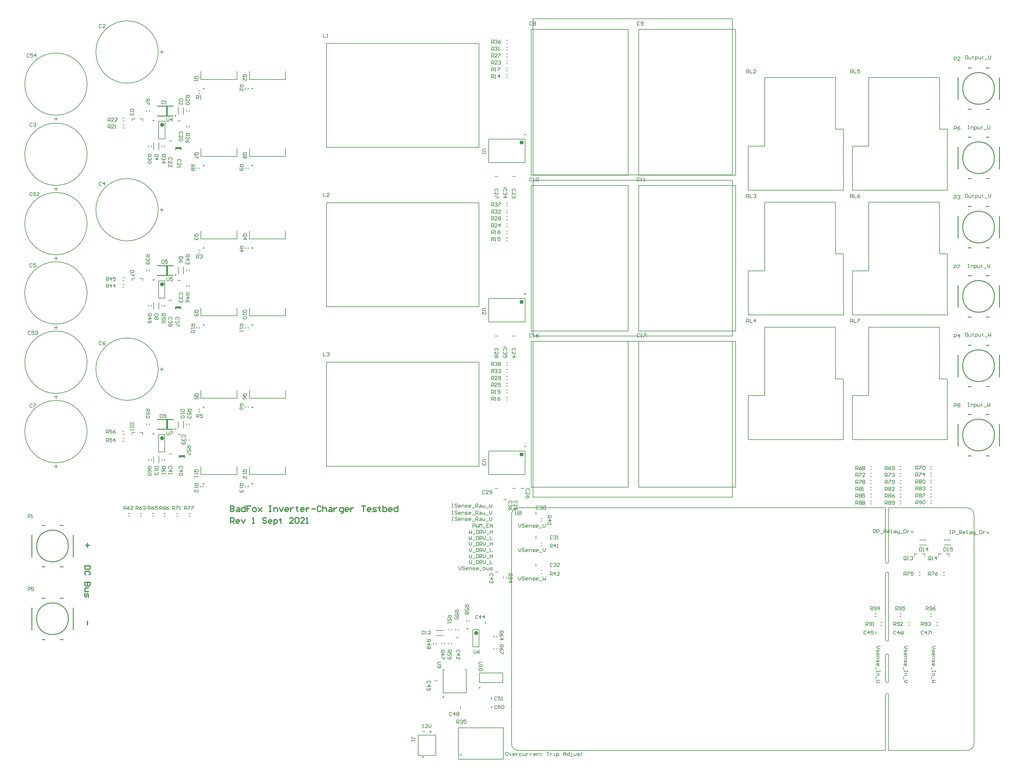
<source format=gto>
G04*
G04 #@! TF.GenerationSoftware,Altium Limited,Altium Designer,20.0.13 (296)*
G04*
G04 Layer_Color=65535*
%FSLAX44Y44*%
%MOMM*%
G71*
G01*
G75*
%ADD10C,0.2500*%
%ADD11C,0.1000*%
%ADD12C,0.6000*%
%ADD13C,0.1270*%
%ADD14C,0.2000*%
%ADD15C,0.2540*%
%ADD16C,0.1800*%
%ADD17C,0.1750*%
%ADD18C,0.3000*%
%ADD19R,1.6000X0.5500*%
%ADD20R,1.6000X0.5500*%
%ADD21R,1.6000X0.5500*%
D10*
X1457250Y2189750D02*
G03*
X1457250Y2189750I-1250J0D01*
G01*
X1597250Y2189750D02*
G03*
X1597250Y2189750I-1250J0D01*
G01*
X1457250Y1729750D02*
G03*
X1457250Y1729750I-1250J0D01*
G01*
X1597250D02*
G03*
X1597250Y1729750I-1250J0D01*
G01*
X1457250Y1269750D02*
G03*
X1457250Y1269750I-1250J0D01*
G01*
X1597250D02*
G03*
X1597250Y1269750I-1250J0D01*
G01*
X1457250Y1967750D02*
G03*
X1457250Y1967750I-1250J0D01*
G01*
X1597250D02*
G03*
X1597250Y1967750I-1250J0D01*
G01*
X1457250Y1507750D02*
G03*
X1457250Y1507750I-1250J0D01*
G01*
X1597250D02*
G03*
X1597250Y1507750I-1250J0D01*
G01*
X1457250Y1049750D02*
G03*
X1457250Y1049750I-1250J0D01*
G01*
X1597250D02*
G03*
X1597250Y1049750I-1250J0D01*
G01*
X2089300Y261000D02*
G03*
X2089300Y261000I-1250J0D01*
G01*
X2252750Y461000D02*
G03*
X2252750Y461000I-1250J0D01*
G01*
X2148150Y434000D02*
G03*
X2148150Y434000I-1250J0D01*
G01*
X2217806Y631420D02*
G03*
X2217806Y631420I-1250J0D01*
G01*
X2384200Y1157250D02*
G03*
X2384200Y1157250I-1250J0D01*
G01*
Y2057250D02*
G03*
X2384200Y2057250I-1250J0D01*
G01*
Y1597250D02*
G03*
X2384200Y1597250I-1250J0D01*
G01*
X1312410Y2097550D02*
G03*
X1312410Y2097550I-1250J0D01*
G01*
X1312250Y1193550D02*
G03*
X1312250Y1193550I-1250J0D01*
G01*
X1376250Y1207750D02*
G03*
X1376250Y1207750I-1250J0D01*
G01*
X1312250Y1637550D02*
G03*
X1312250Y1637550I-1250J0D01*
G01*
X1376250Y1651750D02*
G03*
X1376250Y1651750I-1250J0D01*
G01*
X1375910Y2111750D02*
G03*
X1375910Y2111750I-1250J0D01*
G01*
X2198750Y267500D02*
G03*
X2198750Y267500I-1250J0D01*
G01*
D11*
X2123000Y626250D02*
G03*
X2123000Y626250I-500J0D01*
G01*
X3545000Y872750D02*
G03*
X3545000Y872750I-500J0D01*
G01*
X3615000D02*
G03*
X3615000Y872750I-500J0D01*
G01*
X1326590Y1133500D02*
G03*
X1326590Y1133500I-500J0D01*
G01*
X1383250Y1205500D02*
G03*
X1383250Y1205500I-500J0D01*
G01*
X1383250Y1650500D02*
G03*
X1383250Y1650500I-500J0D01*
G01*
X1326590Y1577500D02*
G03*
X1326590Y1577500I-500J0D01*
G01*
X1383250Y2110500D02*
G03*
X1383250Y2110500I-500J0D01*
G01*
X1326750Y2037500D02*
G03*
X1326750Y2037500I-500J0D01*
G01*
D12*
X2244556Y618870D02*
G03*
X2244556Y618870I-3000J0D01*
G01*
X2375500Y1134000D02*
G03*
X2375500Y1134000I-3000J0D01*
G01*
Y2034000D02*
G03*
X2375500Y2034000I-3000J0D01*
G01*
Y1574000D02*
G03*
X2375500Y1574000I-3000J0D01*
G01*
X1339160Y2085000D02*
G03*
X1339160Y2085000I-3000J0D01*
G01*
X1339000Y1181000D02*
G03*
X1339000Y1181000I-3000J0D01*
G01*
Y1625000D02*
G03*
X1339000Y1625000I-3000J0D01*
G01*
D13*
X3421700Y825065D02*
G03*
X3431100Y825065I4700J82D01*
G01*
Y790027D02*
G03*
X3421700Y790027I-4700J-82D01*
G01*
Y600021D02*
G03*
X3431100Y600021I4700J82D01*
G01*
Y553807D02*
G03*
X3421700Y553807I-4700J-82D01*
G01*
Y480641D02*
G03*
X3431100Y480641I4700J82D01*
G01*
Y440015D02*
G03*
X3421700Y440015I-4700J-82D01*
G01*
X3676700Y960000D02*
G03*
X3656700Y980000I-20000J0D01*
G01*
Y280000D02*
G03*
X3676700Y300000I0J20000D01*
G01*
X2343300D02*
G03*
X2363300Y280000I20000J0D01*
G01*
Y980000D02*
G03*
X2343300Y960000I0J-20000D01*
G01*
X3431100Y280000D02*
Y440008D01*
Y480648D02*
Y553800D01*
Y600028D02*
Y790020D01*
Y825072D02*
Y980000D01*
X3421700Y280000D02*
Y440008D01*
Y480648D02*
Y553800D01*
Y600028D02*
Y790020D01*
Y825072D02*
Y980000D01*
X3431100D02*
X3656700D01*
X3676700Y300000D02*
Y960000D01*
X3431100Y280000D02*
X3656700D01*
X2363300D02*
X3421700D01*
X2343300Y300000D02*
Y960000D01*
X2363300Y980000D02*
X3421700D01*
D14*
X3360300Y990400D02*
G03*
X3360300Y990400I-1000J0D01*
G01*
X1325000Y1840000D02*
G03*
X1325000Y1840000I-90000J0D01*
G01*
Y1380000D02*
G03*
X1325000Y1380000I-90000J0D01*
G01*
X1120000Y1200000D02*
G03*
X1120000Y1200000I-90000J0D01*
G01*
Y1400000D02*
G03*
X1120000Y1400000I-90000J0D01*
G01*
X1120000Y1600000D02*
G03*
X1120000Y1600000I-90000J0D01*
G01*
Y1800000D02*
G03*
X1120000Y1800000I-90000J0D01*
G01*
Y2000000D02*
G03*
X1120000Y2000000I-90000J0D01*
G01*
X1120000Y2202500D02*
G03*
X1120000Y2202500I-90000J0D01*
G01*
X1325000Y2295000D02*
G03*
X1325000Y2295000I-90000J0D01*
G01*
X1381000Y1192000D02*
X1389000D01*
X1448000Y2216000D02*
Y2239000D01*
Y2216000D02*
X1552000D01*
Y2239000D01*
X1692000Y2216000D02*
Y2239000D01*
X1588000Y2216000D02*
X1692000D01*
X1588000D02*
Y2239000D01*
X1448000Y1756000D02*
Y1779000D01*
Y1756000D02*
X1552000D01*
Y1779000D01*
X1692000Y1756000D02*
Y1779000D01*
X1588000Y1756000D02*
X1692000D01*
X1588000D02*
Y1779000D01*
X1448000Y1296000D02*
Y1319000D01*
Y1296000D02*
X1552000D01*
Y1319000D01*
X1692000Y1296000D02*
Y1319000D01*
X1588000Y1296000D02*
X1692000D01*
X1588000D02*
Y1319000D01*
X1448000Y1994000D02*
Y2017000D01*
Y1994000D02*
X1552000D01*
Y2017000D01*
X1692000Y1994000D02*
Y2017000D01*
X1588000Y1994000D02*
X1692000D01*
X1588000D02*
Y2017000D01*
X1448000Y1534000D02*
Y1557000D01*
Y1534000D02*
X1552000D01*
Y1557000D01*
X1692000Y1534000D02*
Y1557000D01*
X1588000Y1534000D02*
X1692000D01*
X1588000D02*
Y1557000D01*
X1448000Y1076000D02*
Y1099000D01*
Y1076000D02*
X1552000D01*
Y1099000D01*
X1692000Y1076000D02*
Y1099000D01*
X1588000Y1076000D02*
X1692000D01*
X1588000D02*
Y1099000D01*
X2074600Y265790D02*
Y324210D01*
X2125400D01*
Y265790D02*
Y324210D01*
X2074600Y265790D02*
X2125400D01*
X2251500Y476000D02*
X2318500D01*
X2251500Y504000D02*
X2318500D01*
X2251500Y476000D02*
Y504000D01*
X2318500Y476000D02*
Y504000D01*
X2183000Y605000D02*
X2191000D01*
X2163000Y587000D02*
Y591000D01*
X2171000Y587000D02*
Y591000D01*
X2146400Y446000D02*
X2213600D01*
X2146400D02*
Y514000D01*
X2213600Y446000D02*
Y514000D01*
X2213500D02*
X2213600D01*
X2210000D02*
X2213500D01*
X2146400D02*
X2150000D01*
X2143000Y587000D02*
Y591000D01*
X2151000Y587000D02*
Y591000D01*
X2118000Y587000D02*
Y591000D01*
X2126000Y587000D02*
Y591000D01*
X2146500Y611500D02*
Y612000D01*
X2127500Y611500D02*
Y612000D01*
X2146500Y625750D02*
Y626500D01*
X2127500Y626000D02*
Y626500D01*
Y611500D02*
X2146500D01*
X2127500Y626500D02*
X2146500D01*
X2231556Y578870D02*
Y628870D01*
X2249556Y578870D02*
Y628870D01*
X2231556D02*
X2249556D01*
X2231556Y578870D02*
X2249556D01*
X2183000Y627000D02*
Y631000D01*
X2191000Y627000D02*
Y631000D01*
X2171000Y627000D02*
Y631000D01*
X2163000Y627000D02*
Y631000D01*
X2221000Y652000D02*
Y656000D01*
X2213000Y652000D02*
Y656000D01*
X2268000Y645000D02*
Y653000D01*
X2301000Y607000D02*
Y611000D01*
X2293000Y607000D02*
Y611000D01*
X2301000Y572000D02*
Y576000D01*
X2293000Y572000D02*
Y576000D01*
X3520500Y887000D02*
Y887500D01*
X3539500Y887000D02*
Y887500D01*
X3520500Y872500D02*
Y873250D01*
X3539500Y872500D02*
Y873000D01*
X3520500Y887500D02*
X3539500D01*
X3520500Y872500D02*
X3539500D01*
X3590500D02*
X3609500D01*
X3590500Y887500D02*
X3609500D01*
Y872500D02*
Y873000D01*
X3590500Y872500D02*
Y873250D01*
X3609500Y887000D02*
Y887500D01*
X3590500Y887000D02*
Y887500D01*
X3575000Y841000D02*
Y847000D01*
X3605000Y841000D02*
Y847000D01*
X3597000D02*
X3605000D01*
X3575000D02*
X3583000D01*
X3588000Y794000D02*
X3592000D01*
X3588000Y786000D02*
X3592000D01*
X3518000Y794000D02*
X3522000D01*
X3518000Y786000D02*
X3522000D01*
X3505000Y841000D02*
Y847000D01*
X3535000Y841000D02*
Y847000D01*
X3527000D02*
X3535000D01*
X3505000D02*
X3513000D01*
X3551000Y1100000D02*
X3555000D01*
X3551000Y1092000D02*
X3555000D01*
X3551000Y1072000D02*
X3555000D01*
X3551000Y1080000D02*
X3555000D01*
X3551000Y1060000D02*
X3555000D01*
X3551000Y1052000D02*
X3555000D01*
X3551000Y1032000D02*
X3555000D01*
X3551000Y1040000D02*
X3555000D01*
X3551000Y1020000D02*
X3555000D01*
X3551000Y1012000D02*
X3555000D01*
X3551000Y992000D02*
X3555000D01*
X3551000Y1000000D02*
X3555000D01*
X3463000Y1099000D02*
X3467000D01*
X3463000Y1091000D02*
X3467000D01*
X3463000Y1071000D02*
X3467000D01*
X3463000Y1079000D02*
X3467000D01*
X3463000Y1059000D02*
X3467000D01*
X3463000Y1051000D02*
X3467000D01*
X3463000Y1031000D02*
X3467000D01*
X3463000Y1039000D02*
X3467000D01*
X3463000Y1019000D02*
X3467000D01*
X3463000Y1011000D02*
X3467000D01*
X3463000Y991000D02*
X3467000D01*
X3463000Y999000D02*
X3467000D01*
X3378000Y991000D02*
X3382000D01*
X3378000Y999000D02*
X3382000D01*
X3378000Y1019000D02*
X3382000D01*
X3378000Y1011000D02*
X3382000D01*
X3378000Y1031000D02*
X3382000D01*
X3378000Y1039000D02*
X3382000D01*
X3378000Y1059000D02*
X3382000D01*
X3378000Y1051000D02*
X3382000D01*
X3378000Y1071000D02*
X3382000D01*
X3378000Y1079000D02*
X3382000D01*
X3378000Y1099000D02*
X3382000D01*
X3378000Y1091000D02*
X3382000D01*
X3568000Y649000D02*
X3572000D01*
X3568000Y641000D02*
X3572000D01*
X3554000Y616000D02*
Y624000D01*
X3474000Y616000D02*
Y624000D01*
X3488000Y649000D02*
X3492000D01*
X3488000Y641000D02*
X3492000D01*
X3408000Y649000D02*
X3412000D01*
X3408000Y641000D02*
X3412000D01*
X3394000Y616000D02*
Y624000D01*
X2121000Y481000D02*
X2129000D01*
X2286000Y426000D02*
Y434000D01*
Y401000D02*
Y409000D01*
X2196000Y401000D02*
Y409000D01*
X2328000Y777000D02*
Y781000D01*
X2320000Y777000D02*
Y781000D01*
X2297000Y795000D02*
X2305000D01*
X2371000Y1036000D02*
X2379000D01*
X2346000D02*
X2354000D01*
X2321000Y1004000D02*
X2329000D01*
X2296000Y1036000D02*
X2304000D01*
X2277500Y1076000D02*
Y1144000D01*
X2382500Y1076000D02*
Y1144000D01*
X2277500Y1076000D02*
X2382500D01*
X2277500Y1144000D02*
X2382500D01*
X2346000Y1476000D02*
X2354000D01*
X2321000Y1444000D02*
X2329000D01*
X2296000Y1476000D02*
X2304000D01*
X2277500Y1976000D02*
Y2044000D01*
X2382500Y1976000D02*
Y2044000D01*
X2277500Y1976000D02*
X2382500D01*
X2277500Y2044000D02*
X2382500D01*
X2277500Y1516000D02*
Y1584000D01*
X2382500Y1516000D02*
Y1584000D01*
X2277500Y1516000D02*
X2382500D01*
X2277500Y1584000D02*
X2382500D01*
X2346000Y1936000D02*
X2354000D01*
X2321000Y1904000D02*
X2329000D01*
X2296000Y1936000D02*
X2304000D01*
X2328000Y1391000D02*
X2332000D01*
X2328000Y1399000D02*
X2332000D01*
X2328000Y1379000D02*
X2332000D01*
X2328000Y1371000D02*
X2332000D01*
X2328000Y1351000D02*
X2332000D01*
X2328000Y1359000D02*
X2332000D01*
X2328000Y1339000D02*
X2332000D01*
X2328000Y1331000D02*
X2332000D01*
X2328000Y1311000D02*
X2332000D01*
X2328000Y1319000D02*
X2332000D01*
X2328000Y1299000D02*
X2332000D01*
X2328000Y1291000D02*
X2332000D01*
X2328000Y1851000D02*
X2332000D01*
X2328000Y1859000D02*
X2332000D01*
X2328000Y1839000D02*
X2332000D01*
X2328000Y1831000D02*
X2332000D01*
X2328000Y1811000D02*
X2332000D01*
X2328000Y1819000D02*
X2332000D01*
X2328000Y1799000D02*
X2332000D01*
X2328000Y1791000D02*
X2332000D01*
X2328000Y1771000D02*
X2332000D01*
X2328000Y1779000D02*
X2332000D01*
X2328000Y1759000D02*
X2332000D01*
X2328000Y1751000D02*
X2332000D01*
X2328000Y2301000D02*
X2332000D01*
X2328000Y2309000D02*
X2332000D01*
X2328000Y2329000D02*
X2332000D01*
X2328000Y2321000D02*
X2332000D01*
X2328000Y2289000D02*
X2332000D01*
X2328000Y2281000D02*
X2332000D01*
X2328000Y2261000D02*
X2332000D01*
X2328000Y2269000D02*
X2332000D01*
X2328000Y2249000D02*
X2332000D01*
X2328000Y2241000D02*
X2332000D01*
X2328000Y2221000D02*
X2332000D01*
X2328000Y2229000D02*
X2332000D01*
X1326160Y2045000D02*
Y2095000D01*
X1344160Y2045000D02*
Y2095000D01*
X1326160D02*
X1344160D01*
X1326160Y2045000D02*
X1344160D01*
X1326000Y1141000D02*
Y1191000D01*
X1344000Y1141000D02*
Y1191000D01*
X1326000D02*
X1344000D01*
X1326000Y1141000D02*
X1344000D01*
X1291000Y1219000D02*
Y1223000D01*
X1299000Y1219000D02*
Y1223000D01*
X1250000Y1198000D02*
X1258000D01*
X1272000D02*
X1280000D01*
Y1192000D02*
Y1198000D01*
X1250000Y1192000D02*
Y1198000D01*
X1223000Y1192000D02*
X1227000D01*
X1223000Y1200000D02*
X1227000D01*
X1223000Y1172000D02*
X1227000D01*
X1223000Y1180000D02*
X1227000D01*
X1355840Y1135000D02*
X1363840D01*
X1401000Y1123000D02*
Y1131000D01*
X1385000Y1123000D02*
Y1131000D01*
X1401000D01*
X1343840Y1117000D02*
Y1121000D01*
X1335840Y1117000D02*
Y1121000D01*
X1296840Y1117000D02*
Y1121000D01*
X1304840Y1117000D02*
Y1121000D01*
X1311340Y1109500D02*
X1311840D01*
X1311340Y1128500D02*
X1311840D01*
X1325590Y1109500D02*
X1326340D01*
X1325840Y1128500D02*
X1326340D01*
X1311340Y1109500D02*
Y1128500D01*
X1326340Y1109500D02*
Y1128500D01*
X1414000Y1174000D02*
Y1178000D01*
X1406000Y1174000D02*
Y1178000D01*
X1397000Y1229500D02*
X1397500D01*
X1397000Y1210500D02*
X1397500D01*
X1382500Y1229500D02*
X1383250D01*
X1382500Y1210500D02*
X1383000D01*
X1397500D02*
Y1229500D01*
X1382500Y1210500D02*
Y1229500D01*
X1414000Y1219000D02*
Y1223000D01*
X1406000Y1219000D02*
Y1223000D01*
X1446000Y1040000D02*
Y1044000D01*
X1454000Y1040000D02*
Y1044000D01*
X1576000Y1040000D02*
Y1044000D01*
X1584000Y1040000D02*
Y1044000D01*
X1441000Y1265000D02*
X1445000D01*
X1441000Y1257000D02*
X1445000D01*
X1584000Y1269500D02*
Y1273500D01*
X1576000Y1269500D02*
Y1273500D01*
X1335000Y1834840D02*
Y1845000D01*
X1330000Y1840000D02*
X1340160D01*
X1335000Y1374840D02*
Y1385000D01*
X1330000Y1380000D02*
X1340160D01*
X1576000Y1498000D02*
Y1502000D01*
X1584000Y1498000D02*
Y1502000D01*
X1436000Y1498000D02*
Y1502000D01*
X1444000Y1498000D02*
Y1502000D01*
X1414000Y1663000D02*
Y1667000D01*
X1406000Y1663000D02*
Y1667000D01*
X1397000Y1674500D02*
X1397500D01*
X1397000Y1655500D02*
X1397500D01*
X1382500Y1674500D02*
X1383250D01*
X1382500Y1655500D02*
X1383000D01*
X1397500D02*
Y1674500D01*
X1382500Y1655500D02*
Y1674500D01*
X1381000Y1636000D02*
X1389000D01*
X1414000Y1618000D02*
Y1622000D01*
X1406000Y1618000D02*
Y1622000D01*
X1343840Y1561000D02*
Y1565000D01*
X1335840Y1561000D02*
Y1565000D01*
X1311340Y1553500D02*
X1311840D01*
X1311340Y1572500D02*
X1311840D01*
X1325590Y1553500D02*
X1326340D01*
X1325840Y1572500D02*
X1326340D01*
X1311340Y1553500D02*
Y1572500D01*
X1326340Y1553500D02*
Y1572500D01*
X1296840Y1561000D02*
Y1565000D01*
X1304840Y1561000D02*
Y1565000D01*
X1390340Y1552500D02*
Y1560500D01*
X1374340Y1552500D02*
Y1560500D01*
X1390340D01*
X1355840Y1579000D02*
X1363840D01*
X1223000Y1616000D02*
X1227000D01*
X1223000Y1624000D02*
X1227000D01*
X1223000Y1636000D02*
X1227000D01*
X1223000Y1644000D02*
X1227000D01*
X1250000Y1642000D02*
X1258000D01*
X1272000D02*
X1280000D01*
Y1636000D02*
Y1642000D01*
X1250000Y1636000D02*
Y1642000D01*
X1326000Y1585000D02*
Y1635000D01*
X1344000Y1585000D02*
Y1635000D01*
X1326000D02*
X1344000D01*
X1326000Y1585000D02*
X1344000D01*
X1291000Y1663000D02*
Y1667000D01*
X1299000Y1663000D02*
Y1667000D01*
X1441000Y1723000D02*
X1445000D01*
X1441000Y1715000D02*
X1445000D01*
X1584000Y1727500D02*
Y1731500D01*
X1576000Y1727500D02*
Y1731500D01*
X1024840Y1100000D02*
X1035000D01*
X1030000Y1094840D02*
Y1105000D01*
X1024840Y1300000D02*
X1035000D01*
X1030000Y1294840D02*
Y1305000D01*
X1024840Y1500000D02*
X1035000D01*
X1030000Y1494840D02*
Y1505000D01*
X1024840Y1700000D02*
X1035000D01*
X1030000Y1694840D02*
Y1705000D01*
X1024840Y1900000D02*
X1035000D01*
X1030000Y1894840D02*
Y1905000D01*
X1024840Y2102500D02*
X1035000D01*
X1030000Y2097340D02*
Y2107500D01*
X1335000Y2289840D02*
Y2300000D01*
X1330000Y2295000D02*
X1340160D01*
X1576000Y2187500D02*
Y2191500D01*
X1584000Y2187500D02*
Y2191500D01*
X1441000Y2183000D02*
X1445000D01*
X1441000Y2175000D02*
X1445000D01*
X1576000Y1958000D02*
Y1962000D01*
X1584000Y1958000D02*
Y1962000D01*
X1436000Y1958000D02*
Y1962000D01*
X1444000Y1958000D02*
Y1962000D01*
X1414000Y2078000D02*
Y2082000D01*
X1406000Y2078000D02*
Y2082000D01*
X1381000Y2096000D02*
X1389000D01*
X1414000Y2123000D02*
Y2127000D01*
X1406000Y2123000D02*
Y2127000D01*
X1397000Y2134500D02*
X1397500D01*
X1397000Y2115500D02*
X1397500D01*
X1382500Y2134500D02*
X1383250D01*
X1382500Y2115500D02*
X1383000D01*
X1397500D02*
Y2134500D01*
X1382500Y2115500D02*
Y2134500D01*
X1311500Y2013500D02*
X1312000D01*
X1311500Y2032500D02*
X1312000D01*
X1325750Y2013500D02*
X1326500D01*
X1326000Y2032500D02*
X1326500D01*
X1311500Y2013500D02*
Y2032500D01*
X1326500Y2013500D02*
Y2032500D01*
X1297000Y2021000D02*
Y2025000D01*
X1305000Y2021000D02*
Y2025000D01*
X1344000Y2021000D02*
Y2025000D01*
X1336000Y2021000D02*
Y2025000D01*
X1391000Y2012000D02*
Y2020000D01*
X1375000Y2012000D02*
Y2020000D01*
X1391000D01*
X1356000Y2039000D02*
X1364000D01*
X1223000Y2076000D02*
X1227000D01*
X1223000Y2084000D02*
X1227000D01*
X1223000Y2096000D02*
X1227000D01*
X1223000Y2104000D02*
X1227000D01*
X1250000Y2102000D02*
X1258000D01*
X1272000D02*
X1280000D01*
Y2096000D02*
Y2102000D01*
X1250000Y2096000D02*
Y2102000D01*
X1291000Y2123000D02*
Y2127000D01*
X1299000Y2123000D02*
Y2127000D01*
X3551000Y666000D02*
X3555000D01*
X3551000Y674000D02*
X3555000D01*
X3463000Y666000D02*
X3467000D01*
X3463000Y674000D02*
X3467000D01*
X3391000Y666000D02*
X3395000D01*
X3391000Y674000D02*
X3395000D01*
X2405000Y1010500D02*
Y1460500D01*
X2980000D01*
Y1010500D02*
Y1460500D01*
X2405000Y1010500D02*
X2980000D01*
X2405000Y1475500D02*
Y1925500D01*
X2980000D01*
Y1475500D02*
Y1925500D01*
X2405000Y1475500D02*
X2980000D01*
X2405000Y1940500D02*
X2980000D01*
Y2390500D01*
X2405000D02*
X2980000D01*
X2405000Y1940500D02*
Y2390500D01*
X2414000Y961000D02*
Y969000D01*
X2428000Y949000D02*
X2432000D01*
X2428000Y941000D02*
X2432000D01*
X2414000Y891000D02*
Y899000D01*
X2428000Y879000D02*
X2432000D01*
X2428000Y871000D02*
X2432000D01*
X2414000Y811000D02*
Y819000D01*
X2428000Y799000D02*
X2432000D01*
X2428000Y791000D02*
X2432000D01*
X3326300Y1896400D02*
Y2023400D01*
X3373300D01*
Y2221400D01*
X3577300D01*
Y2072400D02*
Y2221400D01*
Y2072400D02*
X3600300D01*
Y1896400D02*
Y2072400D01*
X3326300Y1896400D02*
X3600300D01*
X2190000Y255000D02*
X2320000D01*
Y345000D01*
X2190000D02*
X2320000D01*
X2190000Y255000D02*
Y345000D01*
X1238000Y956000D02*
X1242000D01*
X1238000Y964000D02*
X1242000D01*
X1273000Y956000D02*
X1277000D01*
X1273000Y964000D02*
X1277000D01*
X1308000Y956000D02*
X1312000D01*
X1308000Y964000D02*
X1312000D01*
X1341500Y956000D02*
X1345500D01*
X1341500Y964000D02*
X1345500D01*
X1378000Y956000D02*
X1382000D01*
X1378000Y964000D02*
X1382000D01*
X1413000Y956000D02*
X1417000D01*
X1413000Y964000D02*
X1417000D01*
X3326300Y1176400D02*
Y1303400D01*
X3373300D01*
Y1501400D01*
X3577300D01*
Y1352400D02*
Y1501400D01*
Y1352400D02*
X3600300D01*
Y1176400D02*
Y1352400D01*
X3326300Y1176400D02*
X3600300D01*
X3326300Y1536400D02*
Y1663400D01*
X3373300D01*
Y1861400D01*
X3577300D01*
Y1712400D02*
Y1861400D01*
Y1712400D02*
X3600300D01*
Y1536400D02*
Y1712400D01*
X3326300Y1536400D02*
X3600300D01*
X3026300Y1176400D02*
Y1303400D01*
X3073300D01*
Y1501400D01*
X3277300D01*
Y1352400D02*
Y1501400D01*
Y1352400D02*
X3300300D01*
Y1176400D02*
Y1352400D01*
X3026300Y1176400D02*
X3300300D01*
X3026300Y1536400D02*
Y1663400D01*
X3073300D01*
Y1861400D01*
X3277300D01*
Y1712400D02*
Y1861400D01*
Y1712400D02*
X3300300D01*
Y1536400D02*
Y1712400D01*
X3026300Y1536400D02*
X3300300D01*
X3026300Y1896400D02*
Y2023400D01*
X3073300D01*
Y2221400D01*
X3277300D01*
Y2072400D02*
Y2221400D01*
Y2072400D02*
X3300300D01*
Y1896400D02*
Y2072400D01*
X3026300Y1896400D02*
X3300300D01*
X1810000Y2020000D02*
Y2320000D01*
X2250000D01*
Y2020000D02*
Y2320000D01*
X1810000Y2020000D02*
X2250000D01*
X1810000Y1560000D02*
Y1860000D01*
X2250000D01*
Y1560000D02*
Y1860000D01*
X1810000Y1560000D02*
X2250000D01*
X1810000Y1100000D02*
Y1400000D01*
X2250000D01*
Y1100000D02*
Y1400000D01*
X1810000Y1100000D02*
X2250000D01*
X2710000Y1040000D02*
X2990000D01*
X2710000D02*
Y1460000D01*
X2990000D01*
Y1040000D02*
Y1460000D01*
X2400000Y1040000D02*
X2680000D01*
X2400000D02*
Y1460000D01*
X2680000D01*
Y1040000D02*
Y1460000D01*
X2710000Y1490000D02*
X2990000D01*
X2710000D02*
Y1910000D01*
X2990000D01*
Y1490000D02*
Y1910000D01*
X2400000Y1490000D02*
X2680000D01*
X2400000D02*
Y1910000D01*
X2680000D01*
Y1490000D02*
Y1910000D01*
X2710000Y1940000D02*
X2990000D01*
X2710000D02*
Y2360000D01*
X2990000D01*
Y1940000D02*
Y2360000D01*
X2400000Y1940000D02*
X2680000D01*
X2400000D02*
Y2360000D01*
X2680000D01*
Y1940000D02*
Y2360000D01*
D15*
X1065720Y870000D02*
G03*
X1065720Y870000I-45720J0D01*
G01*
X3735720Y2190000D02*
G03*
X3735720Y2190000I-45720J0D01*
G01*
Y1790000D02*
G03*
X3735720Y1790000I-45720J0D01*
G01*
Y1390000D02*
G03*
X3735720Y1390000I-45720J0D01*
G01*
X1065720Y660000D02*
G03*
X1065720Y660000I-45720J0D01*
G01*
X3735720Y1990000D02*
G03*
X3735720Y1990000I-45720J0D01*
G01*
Y1590000D02*
G03*
X3735720Y1590000I-45720J0D01*
G01*
Y1190000D02*
G03*
X3735720Y1190000I-45720J0D01*
G01*
X1322000Y1207000D02*
X1368000D01*
X1322000Y1235000D02*
X1368000D01*
X1351000Y1207000D02*
Y1235000D01*
X1349000Y1207000D02*
Y1235000D01*
X1322000Y1651000D02*
X1368000D01*
X1322000Y1679000D02*
X1368000D01*
X1351000Y1651000D02*
Y1679000D01*
X1349000Y1651000D02*
Y1679000D01*
X1321660Y2111000D02*
X1367660D01*
X1321660Y2139000D02*
X1367660D01*
X1350660Y2111000D02*
Y2139000D01*
X1348660Y2111000D02*
Y2139000D01*
X1041590Y810310D02*
X1050480D01*
X989520D02*
X998410D01*
X989520Y929690D02*
X998410D01*
X1041590D02*
X1050480D01*
X1079690Y838250D02*
Y901750D01*
X960310Y838250D02*
Y901750D01*
X3659520Y2249690D02*
X3668410D01*
X3711590D02*
X3720480D01*
X3711590Y2130310D02*
X3720480D01*
X3659520D02*
X3668410D01*
X3630310Y2158250D02*
Y2221750D01*
X3749690Y2158250D02*
Y2221750D01*
X3711590Y1730310D02*
X3720480D01*
X3659520D02*
X3668410D01*
X3659520Y1849690D02*
X3668410D01*
X3711590D02*
X3720480D01*
X3749690Y1758250D02*
Y1821750D01*
X3630310Y1758250D02*
Y1821750D01*
X3659520Y1449690D02*
X3668410D01*
X3711590D02*
X3720480D01*
X3711590Y1330310D02*
X3720480D01*
X3659520D02*
X3668410D01*
X3630310Y1358250D02*
Y1421750D01*
X3749690Y1358250D02*
Y1421750D01*
X1041590Y600310D02*
X1050480D01*
X989520D02*
X998410D01*
X989520Y719690D02*
X998410D01*
X1041590D02*
X1050480D01*
X1079690Y628250D02*
Y691750D01*
X960310Y628250D02*
Y691750D01*
X3711590Y1930310D02*
X3720480D01*
X3659520D02*
X3668410D01*
X3659520Y2049690D02*
X3668410D01*
X3711590D02*
X3720480D01*
X3749690Y1958250D02*
Y2021750D01*
X3630310Y1958250D02*
Y2021750D01*
X3711590Y1530310D02*
X3720480D01*
X3659520D02*
X3668410D01*
X3659520Y1649690D02*
X3668410D01*
X3711590D02*
X3720480D01*
X3749690Y1558250D02*
Y1621750D01*
X3630310Y1558250D02*
Y1621750D01*
X3659520Y1249690D02*
X3668410D01*
X3711590D02*
X3720480D01*
X3711590Y1130310D02*
X3720480D01*
X3659520D02*
X3668410D01*
X3630310Y1158250D02*
Y1221750D01*
X3749690Y1158250D02*
Y1221750D01*
D16*
X2086800Y345616D02*
X2090132D01*
X2088466D01*
Y355613D01*
X2086800Y353947D01*
X2101795Y345616D02*
X2095131D01*
X2101795Y352281D01*
Y353947D01*
X2100129Y355613D01*
X2096797D01*
X2095131Y353947D01*
X2105127Y355613D02*
Y348948D01*
X2108460Y345616D01*
X2111792Y348948D01*
Y355613D01*
X2086800Y334298D02*
X2093465D01*
X2106794D02*
X2113458D01*
X2110126Y337631D02*
Y330966D01*
X2331798Y275129D02*
X2328466D01*
X2326800Y273463D01*
Y266798D01*
X2328466Y265132D01*
X2331798D01*
X2333465Y266798D01*
Y273463D01*
X2331798Y275129D01*
X2336797Y271797D02*
X2340129Y265132D01*
X2343461Y271797D01*
X2351792Y265132D02*
X2348460D01*
X2346794Y266798D01*
Y270131D01*
X2348460Y271797D01*
X2351792D01*
X2353458Y270131D01*
Y268465D01*
X2346794D01*
X2356790Y271797D02*
Y265132D01*
Y268465D01*
X2358457Y270131D01*
X2360123Y271797D01*
X2361789D01*
X2373452D02*
X2368453D01*
X2366787Y270131D01*
Y266798D01*
X2368453Y265132D01*
X2373452D01*
X2376784Y271797D02*
Y266798D01*
X2378450Y265132D01*
X2383448D01*
Y271797D01*
X2386781D02*
Y265132D01*
Y268465D01*
X2388447Y270131D01*
X2390113Y271797D01*
X2391779D01*
X2396777D02*
Y265132D01*
Y268465D01*
X2398444Y270131D01*
X2400110Y271797D01*
X2401776D01*
X2411773Y265132D02*
X2408440D01*
X2406774Y266798D01*
Y270131D01*
X2408440Y271797D01*
X2411773D01*
X2413439Y270131D01*
Y268465D01*
X2406774D01*
X2416771Y265132D02*
Y271797D01*
X2421769D01*
X2423436Y270131D01*
Y265132D01*
X2428434Y273463D02*
Y271797D01*
X2426768D01*
X2430100D01*
X2428434D01*
Y266798D01*
X2430100Y265132D01*
X2445095Y275129D02*
X2451760D01*
X2448427D01*
Y265132D01*
X2455092Y271797D02*
Y265132D01*
Y268465D01*
X2456758Y270131D01*
X2458424Y271797D01*
X2460090D01*
X2465089Y265132D02*
X2468421D01*
X2466755D01*
Y271797D01*
X2465089D01*
X2473419Y261800D02*
Y271797D01*
X2478418D01*
X2480084Y270131D01*
Y266798D01*
X2478418Y265132D01*
X2473419D01*
X2493413D02*
Y271797D01*
X2496745Y275129D01*
X2500078Y271797D01*
Y265132D01*
Y270131D01*
X2493413D01*
X2510074Y275129D02*
Y265132D01*
X2505076D01*
X2503410Y266798D01*
Y270131D01*
X2505076Y271797D01*
X2510074D01*
X2513407Y261800D02*
X2515073D01*
X2516739Y263466D01*
Y271797D01*
X2523403D02*
Y266798D01*
X2525069Y265132D01*
X2530068D01*
Y271797D01*
X2533400Y265132D02*
X2538398D01*
X2540065Y266798D01*
X2538398Y268465D01*
X2535066D01*
X2533400Y270131D01*
X2535066Y271797D01*
X2540065D01*
X2545063Y273463D02*
Y271797D01*
X2543397D01*
X2546729D01*
X2545063D01*
Y266798D01*
X2546729Y265132D01*
X3606823Y915106D02*
X3610156D01*
X3608489D01*
Y905109D01*
X3606823D01*
X3610156D01*
X3615154D02*
Y915106D01*
X3620152D01*
X3621819Y913439D01*
Y910107D01*
X3620152Y908441D01*
X3615154D01*
X3625151Y903443D02*
X3631815D01*
X3635148Y905109D02*
Y915106D01*
X3640146D01*
X3641812Y913439D01*
Y910107D01*
X3640146Y908441D01*
X3635148D01*
X3638480D02*
X3641812Y905109D01*
X3650143D02*
X3646811D01*
X3645144Y906775D01*
Y910107D01*
X3646811Y911773D01*
X3650143D01*
X3651809Y910107D01*
Y908441D01*
X3645144D01*
X3655141Y905109D02*
X3658474D01*
X3656807D01*
Y915106D01*
X3655141D01*
X3665138Y911773D02*
X3668470D01*
X3670136Y910107D01*
Y905109D01*
X3665138D01*
X3663472Y906775D01*
X3665138Y908441D01*
X3670136D01*
X3673469Y911773D02*
Y906775D01*
X3675135Y905109D01*
X3680133D01*
Y903443D01*
X3678467Y901777D01*
X3676801D01*
X3680133Y905109D02*
Y911773D01*
X3683465Y903443D02*
X3690130D01*
X3693462Y915106D02*
Y905109D01*
X3698460D01*
X3700127Y906775D01*
Y913439D01*
X3698460Y915106D01*
X3693462D01*
X3703459Y911773D02*
Y905109D01*
Y908441D01*
X3705125Y910107D01*
X3706791Y911773D01*
X3708457D01*
X3713456D02*
X3716788Y905109D01*
X3720120Y911773D01*
X3391798Y917629D02*
X3388466D01*
X3386800Y915963D01*
Y909298D01*
X3388466Y907632D01*
X3391798D01*
X3393464Y909298D01*
Y915963D01*
X3391798Y917629D01*
X3396797Y907632D02*
Y917629D01*
X3401795D01*
X3403461Y915963D01*
Y912631D01*
X3401795Y910965D01*
X3396797D01*
X3406794Y905966D02*
X3413458D01*
X3416790Y907632D02*
Y917629D01*
X3421789D01*
X3423455Y915963D01*
Y912631D01*
X3421789Y910965D01*
X3416790D01*
X3420123D02*
X3423455Y907632D01*
X3431786D02*
X3428453D01*
X3426787Y909298D01*
Y912631D01*
X3428453Y914297D01*
X3431786D01*
X3433452Y912631D01*
Y910965D01*
X3426787D01*
X3436784Y907632D02*
X3440116D01*
X3438450D01*
Y917629D01*
X3436784D01*
X3446781Y914297D02*
X3450113D01*
X3451779Y912631D01*
Y907632D01*
X3446781D01*
X3445114Y909298D01*
X3446781Y910965D01*
X3451779D01*
X3455111Y914297D02*
Y909298D01*
X3456778Y907632D01*
X3461776D01*
Y905966D01*
X3460110Y904300D01*
X3458444D01*
X3461776Y907632D02*
Y914297D01*
X3465108Y905966D02*
X3471772D01*
X3475105Y917629D02*
Y907632D01*
X3480103D01*
X3481769Y909298D01*
Y915963D01*
X3480103Y917629D01*
X3475105D01*
X3485102Y914297D02*
Y907632D01*
Y910965D01*
X3486768Y912631D01*
X3488434Y914297D01*
X3490100D01*
X3495098D02*
X3498431Y907632D01*
X3501763Y914297D01*
X3565963Y580700D02*
X3559298D01*
X3555966Y577368D01*
X3559298Y574035D01*
X3565963D01*
X3555966Y570703D02*
Y565705D01*
X3557632Y564039D01*
X3559298Y565705D01*
Y569037D01*
X3560964Y570703D01*
X3562631Y569037D01*
Y564039D01*
X3555966Y555708D02*
Y559040D01*
X3557632Y560706D01*
X3560964D01*
X3562631Y559040D01*
Y555708D01*
X3560964Y554042D01*
X3559298D01*
Y560706D01*
X3555966Y550710D02*
X3562631D01*
Y545711D01*
X3560964Y544045D01*
X3555966D01*
Y540713D02*
Y535714D01*
X3557632Y534048D01*
X3559298Y535714D01*
Y539047D01*
X3560964Y540713D01*
X3562631Y539047D01*
Y534048D01*
X3555966Y525718D02*
Y529050D01*
X3557632Y530716D01*
X3560964D01*
X3562631Y529050D01*
Y525718D01*
X3560964Y524052D01*
X3559298D01*
Y530716D01*
X3554300Y520719D02*
Y514055D01*
X3565963Y510723D02*
Y507390D01*
Y509056D01*
X3555966D01*
Y510723D01*
Y507390D01*
Y502392D02*
X3562631D01*
Y497393D01*
X3560964Y495727D01*
X3555966D01*
X3554300Y492395D02*
Y485731D01*
X3565963Y482398D02*
X3555966D01*
X3559298Y479066D01*
X3555966Y475734D01*
X3565963D01*
X3485963Y580700D02*
X3479298D01*
X3475966Y577368D01*
X3479298Y574035D01*
X3485963D01*
X3475966Y570703D02*
Y565705D01*
X3477632Y564039D01*
X3479298Y565705D01*
Y569037D01*
X3480964Y570703D01*
X3482631Y569037D01*
Y564039D01*
X3475966Y555708D02*
Y559040D01*
X3477632Y560706D01*
X3480964D01*
X3482631Y559040D01*
Y555708D01*
X3480964Y554042D01*
X3479298D01*
Y560706D01*
X3475966Y550710D02*
X3482631D01*
Y545711D01*
X3480964Y544045D01*
X3475966D01*
Y540713D02*
Y535714D01*
X3477632Y534048D01*
X3479298Y535714D01*
Y539047D01*
X3480964Y540713D01*
X3482631Y539047D01*
Y534048D01*
X3475966Y525718D02*
Y529050D01*
X3477632Y530716D01*
X3480964D01*
X3482631Y529050D01*
Y525718D01*
X3480964Y524052D01*
X3479298D01*
Y530716D01*
X3474300Y520719D02*
Y514055D01*
X3485963Y510723D02*
Y507390D01*
Y509056D01*
X3475966D01*
Y510723D01*
Y507390D01*
Y502392D02*
X3482631D01*
Y497393D01*
X3480964Y495727D01*
X3475966D01*
X3474300Y492395D02*
Y485731D01*
X3485963Y482398D02*
X3479298D01*
X3475966Y479066D01*
X3479298Y475734D01*
X3485963D01*
X3405963Y580700D02*
X3399298D01*
X3395966Y577368D01*
X3399298Y574035D01*
X3405963D01*
X3395966Y570703D02*
Y565705D01*
X3397632Y564039D01*
X3399298Y565705D01*
Y569037D01*
X3400964Y570703D01*
X3402631Y569037D01*
Y564039D01*
X3395966Y555708D02*
Y559040D01*
X3397632Y560706D01*
X3400964D01*
X3402631Y559040D01*
Y555708D01*
X3400964Y554042D01*
X3399298D01*
Y560706D01*
X3395966Y550710D02*
X3402631D01*
Y545711D01*
X3400964Y544045D01*
X3395966D01*
Y540713D02*
Y535714D01*
X3397632Y534048D01*
X3399298Y535714D01*
Y539047D01*
X3400964Y540713D01*
X3402631Y539047D01*
Y534048D01*
X3395966Y525718D02*
Y529050D01*
X3397632Y530716D01*
X3400964D01*
X3402631Y529050D01*
Y525718D01*
X3400964Y524052D01*
X3399298D01*
Y530716D01*
X3394300Y520719D02*
Y514055D01*
X3405963Y510723D02*
Y507390D01*
Y509056D01*
X3395966D01*
Y510723D01*
Y507390D01*
Y502392D02*
X3402631D01*
Y497393D01*
X3400964Y495727D01*
X3395966D01*
X3394300Y492395D02*
Y485731D01*
X3405963Y482398D02*
X3397632D01*
X3395966Y480732D01*
Y477400D01*
X3397632Y475734D01*
X3405963D01*
X3656798Y1485129D02*
X3653466D01*
X3651800Y1483463D01*
Y1476798D01*
X3653466Y1475132D01*
X3656798D01*
X3658464Y1476798D01*
Y1483463D01*
X3656798Y1485129D01*
X3661797Y1481797D02*
Y1476798D01*
X3663463Y1475132D01*
X3668461D01*
Y1481797D01*
X3673460Y1483463D02*
Y1481797D01*
X3671794D01*
X3675126D01*
X3673460D01*
Y1476798D01*
X3675126Y1475132D01*
X3680124Y1471800D02*
Y1481797D01*
X3685123D01*
X3686789Y1480131D01*
Y1476798D01*
X3685123Y1475132D01*
X3680124D01*
X3690121Y1481797D02*
Y1476798D01*
X3691787Y1475132D01*
X3696786D01*
Y1481797D01*
X3701784Y1483463D02*
Y1481797D01*
X3700118D01*
X3703450D01*
X3701784D01*
Y1476798D01*
X3703450Y1475132D01*
X3708448Y1473466D02*
X3715113D01*
X3718445Y1485129D02*
Y1475132D01*
X3721777Y1478465D01*
X3725110Y1475132D01*
Y1485129D01*
X3659300Y1282629D02*
X3662632D01*
X3660966D01*
Y1272632D01*
X3659300D01*
X3662632D01*
X3667631D02*
Y1279297D01*
X3672629D01*
X3674295Y1277631D01*
Y1272632D01*
X3677627Y1269300D02*
Y1279297D01*
X3682626D01*
X3684292Y1277631D01*
Y1274298D01*
X3682626Y1272632D01*
X3677627D01*
X3687624Y1279297D02*
Y1274298D01*
X3689290Y1272632D01*
X3694289D01*
Y1279297D01*
X3699287Y1280963D02*
Y1279297D01*
X3697621D01*
X3700953D01*
X3699287D01*
Y1274298D01*
X3700953Y1272632D01*
X3705952Y1270966D02*
X3712616D01*
X3715948Y1282629D02*
Y1272632D01*
X3719281Y1275965D01*
X3722613Y1272632D01*
Y1282629D01*
X3656798Y1885129D02*
X3653466D01*
X3651800Y1883463D01*
Y1876798D01*
X3653466Y1875132D01*
X3656798D01*
X3658464Y1876798D01*
Y1883463D01*
X3656798Y1885129D01*
X3661797Y1881797D02*
Y1876798D01*
X3663463Y1875132D01*
X3668461D01*
Y1881797D01*
X3673460Y1883463D02*
Y1881797D01*
X3671794D01*
X3675126D01*
X3673460D01*
Y1876798D01*
X3675126Y1875132D01*
X3680124Y1871800D02*
Y1881797D01*
X3685123D01*
X3686789Y1880131D01*
Y1876798D01*
X3685123Y1875132D01*
X3680124D01*
X3690121Y1881797D02*
Y1876798D01*
X3691787Y1875132D01*
X3696786D01*
Y1881797D01*
X3701784Y1883463D02*
Y1881797D01*
X3700118D01*
X3703450D01*
X3701784D01*
Y1876798D01*
X3703450Y1875132D01*
X3708448Y1873466D02*
X3715113D01*
X3718445Y1885129D02*
Y1878465D01*
X3721777Y1875132D01*
X3725110Y1878465D01*
Y1885129D01*
X3659300Y1682629D02*
X3662632D01*
X3660966D01*
Y1672632D01*
X3659300D01*
X3662632D01*
X3667631D02*
Y1679297D01*
X3672629D01*
X3674295Y1677631D01*
Y1672632D01*
X3677627Y1669300D02*
Y1679297D01*
X3682626D01*
X3684292Y1677631D01*
Y1674298D01*
X3682626Y1672632D01*
X3677627D01*
X3687624Y1679297D02*
Y1674298D01*
X3689290Y1672632D01*
X3694289D01*
Y1679297D01*
X3699287Y1680963D02*
Y1679297D01*
X3697621D01*
X3700953D01*
X3699287D01*
Y1674298D01*
X3700953Y1672632D01*
X3705952Y1670966D02*
X3712616D01*
X3715948Y1682629D02*
Y1675965D01*
X3719281Y1672632D01*
X3722613Y1675965D01*
Y1682629D01*
X3659300Y2082629D02*
X3662632D01*
X3660966D01*
Y2072632D01*
X3659300D01*
X3662632D01*
X3667631D02*
Y2079297D01*
X3672629D01*
X3674295Y2077631D01*
Y2072632D01*
X3677627Y2069300D02*
Y2079297D01*
X3682626D01*
X3684292Y2077631D01*
Y2074298D01*
X3682626Y2072632D01*
X3677627D01*
X3687624Y2079297D02*
Y2074298D01*
X3689290Y2072632D01*
X3694289D01*
Y2079297D01*
X3699287Y2080963D02*
Y2079297D01*
X3697621D01*
X3700953D01*
X3699287D01*
Y2074298D01*
X3700953Y2072632D01*
X3705952Y2070966D02*
X3712616D01*
X3715948Y2082629D02*
Y2074298D01*
X3717614Y2072632D01*
X3720947D01*
X3722613Y2074298D01*
Y2082629D01*
X3656798Y2285129D02*
X3653466D01*
X3651800Y2283463D01*
Y2276798D01*
X3653466Y2275132D01*
X3656798D01*
X3658464Y2276798D01*
Y2283463D01*
X3656798Y2285129D01*
X3661797Y2281797D02*
Y2276798D01*
X3663463Y2275132D01*
X3668461D01*
Y2281797D01*
X3673460Y2283463D02*
Y2281797D01*
X3671794D01*
X3675126D01*
X3673460D01*
Y2276798D01*
X3675126Y2275132D01*
X3680124Y2271800D02*
Y2281797D01*
X3685123D01*
X3686789Y2280131D01*
Y2276798D01*
X3685123Y2275132D01*
X3680124D01*
X3690121Y2281797D02*
Y2276798D01*
X3691787Y2275132D01*
X3696786D01*
Y2281797D01*
X3701784Y2283463D02*
Y2281797D01*
X3700118D01*
X3703450D01*
X3701784D01*
Y2276798D01*
X3703450Y2275132D01*
X3708448Y2273466D02*
X3715113D01*
X3718445Y2285129D02*
Y2276798D01*
X3720111Y2275132D01*
X3723444D01*
X3725110Y2276798D01*
Y2285129D01*
X2364300Y780963D02*
Y774298D01*
X2367632Y770966D01*
X2370965Y774298D01*
Y780963D01*
X2380961Y779297D02*
X2379295Y780963D01*
X2375963D01*
X2374297Y779297D01*
Y777631D01*
X2375963Y775965D01*
X2379295D01*
X2380961Y774298D01*
Y772632D01*
X2379295Y770966D01*
X2375963D01*
X2374297Y772632D01*
X2389292Y770966D02*
X2385960D01*
X2384294Y772632D01*
Y775965D01*
X2385960Y777631D01*
X2389292D01*
X2390958Y775965D01*
Y774298D01*
X2384294D01*
X2394290Y770966D02*
Y777631D01*
X2399289D01*
X2400955Y775965D01*
Y770966D01*
X2404287D02*
X2409285D01*
X2410952Y772632D01*
X2409285Y774298D01*
X2405953D01*
X2404287Y775965D01*
X2405953Y777631D01*
X2410952D01*
X2419282Y770966D02*
X2415950D01*
X2414284Y772632D01*
Y775965D01*
X2415950Y777631D01*
X2419282D01*
X2420948Y775965D01*
Y774298D01*
X2414284D01*
X2424281Y769300D02*
X2430945D01*
X2434277Y780963D02*
Y770966D01*
X2437610Y774298D01*
X2440942Y770966D01*
Y780963D01*
X2364300Y863463D02*
Y856798D01*
X2367632Y853466D01*
X2370965Y856798D01*
Y863463D01*
X2380961Y861797D02*
X2379295Y863463D01*
X2375963D01*
X2374297Y861797D01*
Y860131D01*
X2375963Y858465D01*
X2379295D01*
X2380961Y856798D01*
Y855132D01*
X2379295Y853466D01*
X2375963D01*
X2374297Y855132D01*
X2389292Y853466D02*
X2385960D01*
X2384294Y855132D01*
Y858465D01*
X2385960Y860131D01*
X2389292D01*
X2390958Y858465D01*
Y856798D01*
X2384294D01*
X2394290Y853466D02*
Y860131D01*
X2399289D01*
X2400955Y858465D01*
Y853466D01*
X2404287D02*
X2409285D01*
X2410952Y855132D01*
X2409285Y856798D01*
X2405953D01*
X2404287Y858465D01*
X2405953Y860131D01*
X2410952D01*
X2419282Y853466D02*
X2415950D01*
X2414284Y855132D01*
Y858465D01*
X2415950Y860131D01*
X2419282D01*
X2420948Y858465D01*
Y856798D01*
X2414284D01*
X2424281Y851800D02*
X2430945D01*
X2434277Y863463D02*
Y856798D01*
X2437610Y853466D01*
X2440942Y856798D01*
Y863463D01*
X2364300Y933463D02*
Y926798D01*
X2367632Y923466D01*
X2370965Y926798D01*
Y933463D01*
X2380961Y931797D02*
X2379295Y933463D01*
X2375963D01*
X2374297Y931797D01*
Y930131D01*
X2375963Y928465D01*
X2379295D01*
X2380961Y926798D01*
Y925132D01*
X2379295Y923466D01*
X2375963D01*
X2374297Y925132D01*
X2389292Y923466D02*
X2385960D01*
X2384294Y925132D01*
Y928465D01*
X2385960Y930131D01*
X2389292D01*
X2390958Y928465D01*
Y926798D01*
X2384294D01*
X2394290Y923466D02*
Y930131D01*
X2399289D01*
X2400955Y928465D01*
Y923466D01*
X2404287D02*
X2409285D01*
X2410952Y925132D01*
X2409285Y926798D01*
X2405953D01*
X2404287Y928465D01*
X2405953Y930131D01*
X2410952D01*
X2419282Y923466D02*
X2415950D01*
X2414284Y925132D01*
Y928465D01*
X2415950Y930131D01*
X2419282D01*
X2420948Y928465D01*
Y926798D01*
X2414284D01*
X2424281Y921800D02*
X2430945D01*
X2434277Y933463D02*
Y925132D01*
X2435944Y923466D01*
X2439276D01*
X2440942Y925132D01*
Y933463D01*
X2171800Y990963D02*
X2175132D01*
X2173466D01*
Y980966D01*
X2171800D01*
X2175132D01*
X2186795Y989297D02*
X2185129Y990963D01*
X2181797D01*
X2180131Y989297D01*
Y987631D01*
X2181797Y985965D01*
X2185129D01*
X2186795Y984298D01*
Y982632D01*
X2185129Y980966D01*
X2181797D01*
X2180131Y982632D01*
X2195126Y980966D02*
X2191794D01*
X2190127Y982632D01*
Y985965D01*
X2191794Y987631D01*
X2195126D01*
X2196792Y985965D01*
Y984298D01*
X2190127D01*
X2200124Y980966D02*
Y987631D01*
X2205123D01*
X2206789Y985965D01*
Y980966D01*
X2210121D02*
X2215119D01*
X2216785Y982632D01*
X2215119Y984298D01*
X2211787D01*
X2210121Y985965D01*
X2211787Y987631D01*
X2216785D01*
X2225116Y980966D02*
X2221784D01*
X2220118Y982632D01*
Y985965D01*
X2221784Y987631D01*
X2225116D01*
X2226782Y985965D01*
Y984298D01*
X2220118D01*
X2230114Y979300D02*
X2236779D01*
X2240111Y980966D02*
Y990963D01*
X2245110D01*
X2246776Y989297D01*
Y985965D01*
X2245110Y984298D01*
X2240111D01*
X2243443D02*
X2246776Y980966D01*
X2251774Y987631D02*
X2255107D01*
X2256773Y985965D01*
Y980966D01*
X2251774D01*
X2250108Y982632D01*
X2251774Y984298D01*
X2256773D01*
X2260105Y987631D02*
Y982632D01*
X2261771Y980966D01*
X2263437Y982632D01*
X2265103Y980966D01*
X2266769Y982632D01*
Y987631D01*
X2270102Y979300D02*
X2276766D01*
X2280098Y990963D02*
Y980966D01*
X2283431Y984298D01*
X2286763Y980966D01*
Y990963D01*
X2171800Y970963D02*
X2175132D01*
X2173466D01*
Y960966D01*
X2171800D01*
X2175132D01*
X2186795Y969297D02*
X2185129Y970963D01*
X2181797D01*
X2180131Y969297D01*
Y967631D01*
X2181797Y965965D01*
X2185129D01*
X2186795Y964298D01*
Y962632D01*
X2185129Y960966D01*
X2181797D01*
X2180131Y962632D01*
X2195126Y960966D02*
X2191794D01*
X2190127Y962632D01*
Y965965D01*
X2191794Y967631D01*
X2195126D01*
X2196792Y965965D01*
Y964298D01*
X2190127D01*
X2200124Y960966D02*
Y967631D01*
X2205123D01*
X2206789Y965965D01*
Y960966D01*
X2210121D02*
X2215119D01*
X2216785Y962632D01*
X2215119Y964298D01*
X2211787D01*
X2210121Y965965D01*
X2211787Y967631D01*
X2216785D01*
X2225116Y960966D02*
X2221784D01*
X2220118Y962632D01*
Y965965D01*
X2221784Y967631D01*
X2225116D01*
X2226782Y965965D01*
Y964298D01*
X2220118D01*
X2230114Y959300D02*
X2236779D01*
X2240111Y960966D02*
Y970963D01*
X2245110D01*
X2246776Y969297D01*
Y965965D01*
X2245110Y964298D01*
X2240111D01*
X2243443D02*
X2246776Y960966D01*
X2251774Y967631D02*
X2255107D01*
X2256773Y965965D01*
Y960966D01*
X2251774D01*
X2250108Y962632D01*
X2251774Y964298D01*
X2256773D01*
X2260105Y967631D02*
Y962632D01*
X2261771Y960966D01*
X2263437Y962632D01*
X2265103Y960966D01*
X2266769Y962632D01*
Y967631D01*
X2270102Y959300D02*
X2276766D01*
X2280098Y970963D02*
Y964298D01*
X2283431Y960966D01*
X2286763Y964298D01*
Y970963D01*
X2171800Y953463D02*
X2175132D01*
X2173466D01*
Y943466D01*
X2171800D01*
X2175132D01*
X2186795Y951797D02*
X2185129Y953463D01*
X2181797D01*
X2180131Y951797D01*
Y950131D01*
X2181797Y948465D01*
X2185129D01*
X2186795Y946798D01*
Y945132D01*
X2185129Y943466D01*
X2181797D01*
X2180131Y945132D01*
X2195126Y943466D02*
X2191794D01*
X2190127Y945132D01*
Y948465D01*
X2191794Y950131D01*
X2195126D01*
X2196792Y948465D01*
Y946798D01*
X2190127D01*
X2200124Y943466D02*
Y950131D01*
X2205123D01*
X2206789Y948465D01*
Y943466D01*
X2210121D02*
X2215119D01*
X2216785Y945132D01*
X2215119Y946798D01*
X2211787D01*
X2210121Y948465D01*
X2211787Y950131D01*
X2216785D01*
X2225116Y943466D02*
X2221784D01*
X2220118Y945132D01*
Y948465D01*
X2221784Y950131D01*
X2225116D01*
X2226782Y948465D01*
Y946798D01*
X2220118D01*
X2230114Y941800D02*
X2236779D01*
X2240111Y943466D02*
Y953463D01*
X2245110D01*
X2246776Y951797D01*
Y948465D01*
X2245110Y946798D01*
X2240111D01*
X2243443D02*
X2246776Y943466D01*
X2251774Y950131D02*
X2255107D01*
X2256773Y948465D01*
Y943466D01*
X2251774D01*
X2250108Y945132D01*
X2251774Y946798D01*
X2256773D01*
X2260105Y950131D02*
Y945132D01*
X2261771Y943466D01*
X2263437Y945132D01*
X2265103Y943466D01*
X2266769Y945132D01*
Y950131D01*
X2270102Y941800D02*
X2276766D01*
X2280098Y953463D02*
Y945132D01*
X2281765Y943466D01*
X2285097D01*
X2286763Y945132D01*
Y953463D01*
X2231800Y923466D02*
Y933463D01*
X2236798D01*
X2238465Y931797D01*
Y928465D01*
X2236798Y926798D01*
X2231800D01*
X2241797Y933463D02*
Y923466D01*
X2245129Y926798D01*
X2248461Y923466D01*
Y933463D01*
X2251794Y923466D02*
Y933463D01*
X2255126Y930131D01*
X2258458Y933463D01*
Y923466D01*
X2261790Y921800D02*
X2268455D01*
X2278452Y933463D02*
X2271787D01*
Y923466D01*
X2278452D01*
X2271787Y928465D02*
X2275119D01*
X2281784Y923466D02*
Y933463D01*
X2288448Y923466D01*
Y933463D01*
X2221800Y915963D02*
Y905966D01*
X2225132Y909298D01*
X2228465Y905966D01*
Y915963D01*
X2231797Y904300D02*
X2238461D01*
X2241794Y915963D02*
Y905966D01*
X2246792D01*
X2248458Y907632D01*
Y914297D01*
X2246792Y915963D01*
X2241794D01*
X2251790Y905966D02*
Y915963D01*
X2256789D01*
X2258455Y914297D01*
Y910965D01*
X2256789Y909298D01*
X2251790D01*
X2255123D02*
X2258455Y905966D01*
X2261787Y915963D02*
Y909298D01*
X2265119Y905966D01*
X2268452Y909298D01*
Y915963D01*
X2271784Y904300D02*
X2278448D01*
X2281781Y915963D02*
Y905966D01*
Y910965D01*
X2288445D01*
Y915963D01*
Y905966D01*
X2221800Y898463D02*
Y888466D01*
X2225132Y891798D01*
X2228465Y888466D01*
Y898463D01*
X2231797Y886800D02*
X2238461D01*
X2241794Y898463D02*
Y888466D01*
X2246792D01*
X2248458Y890132D01*
Y896797D01*
X2246792Y898463D01*
X2241794D01*
X2251790Y888466D02*
Y898463D01*
X2256789D01*
X2258455Y896797D01*
Y893465D01*
X2256789Y891798D01*
X2251790D01*
X2255123D02*
X2258455Y888466D01*
X2261787Y898463D02*
Y891798D01*
X2265119Y888466D01*
X2268452Y891798D01*
Y898463D01*
X2271784Y886800D02*
X2278448D01*
X2281781Y898463D02*
Y888466D01*
X2288445D01*
X2221800Y863463D02*
Y856798D01*
X2225132Y853466D01*
X2228465Y856798D01*
Y863463D01*
X2231797Y851800D02*
X2238461D01*
X2241794Y863463D02*
Y853466D01*
X2246792D01*
X2248458Y855132D01*
Y861797D01*
X2246792Y863463D01*
X2241794D01*
X2251790Y853466D02*
Y863463D01*
X2256789D01*
X2258455Y861797D01*
Y858465D01*
X2256789Y856798D01*
X2251790D01*
X2255123D02*
X2258455Y853466D01*
X2261787Y863463D02*
Y856798D01*
X2265119Y853466D01*
X2268452Y856798D01*
Y863463D01*
X2271784Y851800D02*
X2278448D01*
X2281781Y863463D02*
Y853466D01*
X2288445D01*
X2221800Y880963D02*
Y874298D01*
X2225132Y870966D01*
X2228465Y874298D01*
Y880963D01*
X2231797Y869300D02*
X2238461D01*
X2241794Y880963D02*
Y870966D01*
X2246792D01*
X2248458Y872632D01*
Y879297D01*
X2246792Y880963D01*
X2241794D01*
X2251790Y870966D02*
Y880963D01*
X2256789D01*
X2258455Y879297D01*
Y875965D01*
X2256789Y874298D01*
X2251790D01*
X2255123D02*
X2258455Y870966D01*
X2261787Y880963D02*
Y874298D01*
X2265119Y870966D01*
X2268452Y874298D01*
Y880963D01*
X2271784Y869300D02*
X2278448D01*
X2281781Y880963D02*
Y870966D01*
Y875965D01*
X2288445D01*
Y880963D01*
Y870966D01*
X2221800Y845963D02*
Y837632D01*
X2223466Y835966D01*
X2226798D01*
X2228465Y837632D01*
Y845963D01*
X2231797Y834300D02*
X2238461D01*
X2241794Y845963D02*
Y835966D01*
X2246792D01*
X2248458Y837632D01*
Y844297D01*
X2246792Y845963D01*
X2241794D01*
X2251790Y835966D02*
Y845963D01*
X2256789D01*
X2258455Y844297D01*
Y840965D01*
X2256789Y839298D01*
X2251790D01*
X2255123D02*
X2258455Y835966D01*
X2261787Y845963D02*
Y839298D01*
X2265119Y835966D01*
X2268452Y839298D01*
Y845963D01*
X2271784Y834300D02*
X2278448D01*
X2281781Y845963D02*
Y835966D01*
Y840965D01*
X2288445D01*
Y845963D01*
Y835966D01*
X2221800Y828463D02*
Y820132D01*
X2223466Y818466D01*
X2226798D01*
X2228465Y820132D01*
Y828463D01*
X2231797Y816800D02*
X2238461D01*
X2241794Y828463D02*
Y818466D01*
X2246792D01*
X2248458Y820132D01*
Y826797D01*
X2246792Y828463D01*
X2241794D01*
X2251790Y818466D02*
Y828463D01*
X2256789D01*
X2258455Y826797D01*
Y823465D01*
X2256789Y821798D01*
X2251790D01*
X2255123D02*
X2258455Y818466D01*
X2261787Y828463D02*
Y821798D01*
X2265119Y818466D01*
X2268452Y821798D01*
Y828463D01*
X2271784Y816800D02*
X2278448D01*
X2281781Y828463D02*
Y818466D01*
X2288445D01*
X2191800Y810963D02*
Y804298D01*
X2195132Y800966D01*
X2198465Y804298D01*
Y810963D01*
X2208461Y809297D02*
X2206795Y810963D01*
X2203463D01*
X2201797Y809297D01*
Y807631D01*
X2203463Y805965D01*
X2206795D01*
X2208461Y804298D01*
Y802632D01*
X2206795Y800966D01*
X2203463D01*
X2201797Y802632D01*
X2216792Y800966D02*
X2213460D01*
X2211794Y802632D01*
Y805965D01*
X2213460Y807631D01*
X2216792D01*
X2218458Y805965D01*
Y804298D01*
X2211794D01*
X2221790Y800966D02*
Y807631D01*
X2226789D01*
X2228455Y805965D01*
Y800966D01*
X2231787D02*
X2236785D01*
X2238452Y802632D01*
X2236785Y804298D01*
X2233453D01*
X2231787Y805965D01*
X2233453Y807631D01*
X2238452D01*
X2246782Y800966D02*
X2243450D01*
X2241784Y802632D01*
Y805965D01*
X2243450Y807631D01*
X2246782D01*
X2248448Y805965D01*
Y804298D01*
X2241784D01*
X2251781Y799300D02*
X2258445D01*
X2261777Y810963D02*
Y800966D01*
X2266776D01*
X2268442Y802632D01*
Y804298D01*
Y805965D01*
X2266776Y807631D01*
X2261777D01*
X2271774D02*
Y802632D01*
X2273440Y800966D01*
X2278439D01*
Y807631D01*
X2281771Y800966D02*
X2286769D01*
X2288436Y802632D01*
X2286769Y804298D01*
X2283437D01*
X2281771Y805965D01*
X2283437Y807631D01*
X2288436D01*
D17*
X1401331Y1183335D02*
X1402997Y1185002D01*
Y1188334D01*
X1401331Y1190000D01*
X1394666D01*
X1393000Y1188334D01*
Y1185002D01*
X1394666Y1183335D01*
X1401331Y1180003D02*
X1402997Y1178337D01*
Y1175005D01*
X1401331Y1173339D01*
X1399664D01*
X1397998Y1175005D01*
Y1176671D01*
Y1175005D01*
X1396332Y1173339D01*
X1394666D01*
X1393000Y1175005D01*
Y1178337D01*
X1394666Y1180003D01*
Y1170006D02*
X1393000Y1168340D01*
Y1165008D01*
X1394666Y1163342D01*
X1401331D01*
X1402997Y1165008D01*
Y1168340D01*
X1401331Y1170006D01*
X1399664D01*
X1397998Y1168340D01*
Y1163342D01*
X3538728Y684784D02*
Y694781D01*
X3543727D01*
X3545392Y693115D01*
Y689782D01*
X3543727Y688116D01*
X3538728D01*
X3542060D02*
X3545392Y684784D01*
X3548725Y686450D02*
X3550391Y684784D01*
X3553723D01*
X3555389Y686450D01*
Y693115D01*
X3553723Y694781D01*
X3550391D01*
X3548725Y693115D01*
Y691449D01*
X3550391Y689782D01*
X3555389D01*
X3565386Y694781D02*
X3562054Y693115D01*
X3558722Y689782D01*
Y686450D01*
X3560388Y684784D01*
X3563720D01*
X3565386Y686450D01*
Y688116D01*
X3563720Y689782D01*
X3558722D01*
X3450844Y684784D02*
Y694781D01*
X3455842D01*
X3457509Y693115D01*
Y689782D01*
X3455842Y688116D01*
X3450844D01*
X3454176D02*
X3457509Y684784D01*
X3460841Y686450D02*
X3462507Y684784D01*
X3465839D01*
X3467505Y686450D01*
Y693115D01*
X3465839Y694781D01*
X3462507D01*
X3460841Y693115D01*
Y691449D01*
X3462507Y689782D01*
X3467505D01*
X3477502Y694781D02*
X3470838D01*
Y689782D01*
X3474170Y691449D01*
X3475836D01*
X3477502Y689782D01*
Y686450D01*
X3475836Y684784D01*
X3472504D01*
X3470838Y686450D01*
X3378708Y684784D02*
Y694781D01*
X3383706D01*
X3385373Y693115D01*
Y689782D01*
X3383706Y688116D01*
X3378708D01*
X3382040D02*
X3385373Y684784D01*
X3388705Y686450D02*
X3390371Y684784D01*
X3393703D01*
X3395369Y686450D01*
Y693115D01*
X3393703Y694781D01*
X3390371D01*
X3388705Y693115D01*
Y691449D01*
X3390371Y689782D01*
X3395369D01*
X3403700Y684784D02*
Y694781D01*
X3398701Y689782D01*
X3405366D01*
X3590000Y864997D02*
Y855000D01*
X3594998D01*
X3596664Y856666D01*
Y863331D01*
X3594998Y864997D01*
X3590000D01*
X3599997Y855000D02*
X3603329D01*
X3601663D01*
Y864997D01*
X3599997Y863331D01*
X3614992Y864997D02*
X3608327D01*
Y859998D01*
X3611660Y861665D01*
X3613326D01*
X3614992Y859998D01*
Y856666D01*
X3613326Y855000D01*
X3609994D01*
X3608327Y856666D01*
X953335Y2288332D02*
X951669Y2289998D01*
X948337D01*
X946671Y2288332D01*
Y2281668D01*
X948337Y2280002D01*
X951669D01*
X953335Y2281668D01*
X963332Y2289998D02*
X956668D01*
Y2285000D01*
X960000Y2286666D01*
X961666D01*
X963332Y2285000D01*
Y2281668D01*
X961666Y2280002D01*
X958334D01*
X956668Y2281668D01*
X971663Y2280002D02*
Y2289998D01*
X966665Y2285000D01*
X973329D01*
X956665Y1488331D02*
X954998Y1489997D01*
X951666D01*
X950000Y1488331D01*
Y1481666D01*
X951666Y1480000D01*
X954998D01*
X956665Y1481666D01*
X966661Y1489997D02*
X959997D01*
Y1484998D01*
X963329Y1486664D01*
X964995D01*
X966661Y1484998D01*
Y1481666D01*
X964995Y1480000D01*
X961663D01*
X959997Y1481666D01*
X969994Y1488331D02*
X971660Y1489997D01*
X974992D01*
X976658Y1488331D01*
Y1486664D01*
X974992Y1484998D01*
X973326D01*
X974992D01*
X976658Y1483332D01*
Y1481666D01*
X974992Y1480000D01*
X971660D01*
X969994Y1481666D01*
X961665Y1888331D02*
X959998Y1889997D01*
X956666D01*
X955000Y1888331D01*
Y1881666D01*
X956666Y1880000D01*
X959998D01*
X961665Y1881666D01*
X971661Y1889997D02*
X964997D01*
Y1884998D01*
X968329Y1886664D01*
X969995D01*
X971661Y1884998D01*
Y1881666D01*
X969995Y1880000D01*
X966663D01*
X964997Y1881666D01*
X981658Y1880000D02*
X974994D01*
X981658Y1886664D01*
Y1888331D01*
X979992Y1889997D01*
X976660D01*
X974994Y1888331D01*
X1560000Y2200000D02*
X1569997D01*
Y2195002D01*
X1568331Y2193336D01*
X1564998D01*
X1563332Y2195002D01*
Y2200000D01*
Y2196668D02*
X1560000Y2193336D01*
Y2183339D02*
Y2190003D01*
X1566664Y2183339D01*
X1568331D01*
X1569997Y2185005D01*
Y2188337D01*
X1568331Y2190003D01*
X2259997Y535000D02*
X2251666D01*
X2250000Y533334D01*
Y530002D01*
X2251666Y528335D01*
X2259997D01*
X2250000Y525003D02*
Y521671D01*
Y523337D01*
X2259997D01*
X2258331Y525003D01*
Y516673D02*
X2259997Y515006D01*
Y511674D01*
X2258331Y510008D01*
X2251666D01*
X2250000Y511674D01*
Y515006D01*
X2251666Y516673D01*
X2258331D01*
X2139997Y535000D02*
X2131666D01*
X2130000Y533334D01*
Y530002D01*
X2131666Y528335D01*
X2139997D01*
X2131666Y525003D02*
X2130000Y523337D01*
Y520005D01*
X2131666Y518339D01*
X2138331D01*
X2139997Y520005D01*
Y523337D01*
X2138331Y525003D01*
X2136664D01*
X2134998Y523337D01*
Y518339D01*
X2064997Y313335D02*
Y316668D01*
Y315002D01*
X2056666D01*
X2055000Y316668D01*
Y318334D01*
X2056666Y320000D01*
X2055000Y310003D02*
Y306671D01*
Y308337D01*
X2064997D01*
X2063331Y310003D01*
X2301664Y433331D02*
X2299998Y434997D01*
X2296666D01*
X2295000Y433331D01*
Y426666D01*
X2296666Y425000D01*
X2299998D01*
X2301664Y426666D01*
X2311661Y434997D02*
X2304997D01*
Y429998D01*
X2308329Y431665D01*
X2309995D01*
X2311661Y429998D01*
Y426666D01*
X2309995Y425000D01*
X2306663D01*
X2304997Y426666D01*
X2314994Y425000D02*
X2318326D01*
X2316660D01*
Y434997D01*
X2314994Y433331D01*
X2301664Y408331D02*
X2299998Y409997D01*
X2296666D01*
X2295000Y408331D01*
Y401666D01*
X2296666Y400000D01*
X2299998D01*
X2301664Y401666D01*
X2311661Y409997D02*
X2304997D01*
Y404998D01*
X2308329Y406665D01*
X2309995D01*
X2311661Y404998D01*
Y401666D01*
X2309995Y400000D01*
X2306663D01*
X2304997Y401666D01*
X2314994Y408331D02*
X2316660Y409997D01*
X2319992D01*
X2321658Y408331D01*
Y401666D01*
X2319992Y400000D01*
X2316660D01*
X2314994Y401666D01*
Y408331D01*
X2108331Y473335D02*
X2109997Y475002D01*
Y478334D01*
X2108331Y480000D01*
X2101666D01*
X2100000Y478334D01*
Y475002D01*
X2101666Y473335D01*
X2100000Y465005D02*
X2109997D01*
X2104998Y470003D01*
Y463339D01*
X2101666Y460006D02*
X2100000Y458340D01*
Y455008D01*
X2101666Y453342D01*
X2108331D01*
X2109997Y455008D01*
Y458340D01*
X2108331Y460006D01*
X2106664D01*
X2104998Y458340D01*
Y453342D01*
X2171664Y388331D02*
X2169998Y389997D01*
X2166666D01*
X2165000Y388331D01*
Y381666D01*
X2166666Y380000D01*
X2169998D01*
X2171664Y381666D01*
X2179995Y380000D02*
Y389997D01*
X2174997Y384998D01*
X2181661D01*
X2184993Y388331D02*
X2186660Y389997D01*
X2189992D01*
X2191658Y388331D01*
Y386665D01*
X2189992Y384998D01*
X2191658Y383332D01*
Y381666D01*
X2189992Y380000D01*
X2186660D01*
X2184993Y381666D01*
Y383332D01*
X2186660Y384998D01*
X2184993Y386665D01*
Y388331D01*
X2186660Y384998D02*
X2189992D01*
X3525000Y640000D02*
Y649997D01*
X3529998D01*
X3531664Y648331D01*
Y644998D01*
X3529998Y643332D01*
X3525000D01*
X3528332D02*
X3531664Y640000D01*
X3534997Y641666D02*
X3536663Y640000D01*
X3539995D01*
X3541661Y641666D01*
Y648331D01*
X3539995Y649997D01*
X3536663D01*
X3534997Y648331D01*
Y646665D01*
X3536663Y644998D01*
X3541661D01*
X3544994Y648331D02*
X3546660Y649997D01*
X3549992D01*
X3551658Y648331D01*
Y646665D01*
X3549992Y644998D01*
X3548326D01*
X3549992D01*
X3551658Y643332D01*
Y641666D01*
X3549992Y640000D01*
X3546660D01*
X3544994Y641666D01*
X3445000Y640000D02*
Y649997D01*
X3449998D01*
X3451664Y648331D01*
Y644998D01*
X3449998Y643332D01*
X3445000D01*
X3448332D02*
X3451664Y640000D01*
X3454997Y641666D02*
X3456663Y640000D01*
X3459995D01*
X3461661Y641666D01*
Y648331D01*
X3459995Y649997D01*
X3456663D01*
X3454997Y648331D01*
Y646665D01*
X3456663Y644998D01*
X3461661D01*
X3471658Y640000D02*
X3464994D01*
X3471658Y646665D01*
Y648331D01*
X3469992Y649997D01*
X3466660D01*
X3464994Y648331D01*
X3365000Y640000D02*
Y649997D01*
X3369998D01*
X3371664Y648331D01*
Y644998D01*
X3369998Y643332D01*
X3365000D01*
X3368332D02*
X3371664Y640000D01*
X3374997Y641666D02*
X3376663Y640000D01*
X3379995D01*
X3381661Y641666D01*
Y648331D01*
X3379995Y649997D01*
X3376663D01*
X3374997Y648331D01*
Y646665D01*
X3376663Y644998D01*
X3381661D01*
X3384994Y640000D02*
X3388326D01*
X3386660D01*
Y649997D01*
X3384994Y648331D01*
X3508728Y990920D02*
Y1000917D01*
X3513727D01*
X3515392Y999251D01*
Y995918D01*
X3513727Y994252D01*
X3508728D01*
X3512060D02*
X3515392Y990920D01*
X3518725Y992586D02*
X3520391Y990920D01*
X3523723D01*
X3525389Y992586D01*
Y999251D01*
X3523723Y1000917D01*
X3520391D01*
X3518725Y999251D01*
Y997585D01*
X3520391Y995918D01*
X3525389D01*
X3528722Y999251D02*
X3530388Y1000917D01*
X3533720D01*
X3535386Y999251D01*
Y992586D01*
X3533720Y990920D01*
X3530388D01*
X3528722Y992586D01*
Y999251D01*
X3420844Y989904D02*
Y999901D01*
X3425842D01*
X3427509Y998235D01*
Y994902D01*
X3425842Y993236D01*
X3420844D01*
X3424176D02*
X3427509Y989904D01*
X3430841Y998235D02*
X3432507Y999901D01*
X3435839D01*
X3437505Y998235D01*
Y996569D01*
X3435839Y994902D01*
X3437505Y993236D01*
Y991570D01*
X3435839Y989904D01*
X3432507D01*
X3430841Y991570D01*
Y993236D01*
X3432507Y994902D01*
X3430841Y996569D01*
Y998235D01*
X3432507Y994902D02*
X3435839D01*
X3440837Y991570D02*
X3442504Y989904D01*
X3445836D01*
X3447502Y991570D01*
Y998235D01*
X3445836Y999901D01*
X3442504D01*
X3440837Y998235D01*
Y996569D01*
X3442504Y994902D01*
X3447502D01*
X3335754Y989904D02*
Y999901D01*
X3340752D01*
X3342419Y998235D01*
Y994902D01*
X3340752Y993236D01*
X3335754D01*
X3339086D02*
X3342419Y989904D01*
X3345751Y998235D02*
X3347417Y999901D01*
X3350749D01*
X3352415Y998235D01*
Y996569D01*
X3350749Y994902D01*
X3352415Y993236D01*
Y991570D01*
X3350749Y989904D01*
X3347417D01*
X3345751Y991570D01*
Y993236D01*
X3347417Y994902D01*
X3345751Y996569D01*
Y998235D01*
X3347417Y994902D02*
X3350749D01*
X3355747Y998235D02*
X3357414Y999901D01*
X3360746D01*
X3362412Y998235D01*
Y996569D01*
X3360746Y994902D01*
X3362412Y993236D01*
Y991570D01*
X3360746Y989904D01*
X3357414D01*
X3355747Y991570D01*
Y993236D01*
X3357414Y994902D01*
X3355747Y996569D01*
Y998235D01*
X3357414Y994902D02*
X3360746D01*
X3508728Y1010732D02*
Y1020729D01*
X3513727D01*
X3515392Y1019063D01*
Y1015730D01*
X3513727Y1014064D01*
X3508728D01*
X3512060D02*
X3515392Y1010732D01*
X3518725Y1019063D02*
X3520391Y1020729D01*
X3523723D01*
X3525389Y1019063D01*
Y1017396D01*
X3523723Y1015730D01*
X3525389Y1014064D01*
Y1012398D01*
X3523723Y1010732D01*
X3520391D01*
X3518725Y1012398D01*
Y1014064D01*
X3520391Y1015730D01*
X3518725Y1017396D01*
Y1019063D01*
X3520391Y1015730D02*
X3523723D01*
X3528722Y1020729D02*
X3535386D01*
Y1019063D01*
X3528722Y1012398D01*
Y1010732D01*
X3420844Y1009716D02*
Y1019713D01*
X3425842D01*
X3427509Y1018047D01*
Y1014714D01*
X3425842Y1013048D01*
X3420844D01*
X3424176D02*
X3427509Y1009716D01*
X3430841Y1018047D02*
X3432507Y1019713D01*
X3435839D01*
X3437505Y1018047D01*
Y1016380D01*
X3435839Y1014714D01*
X3437505Y1013048D01*
Y1011382D01*
X3435839Y1009716D01*
X3432507D01*
X3430841Y1011382D01*
Y1013048D01*
X3432507Y1014714D01*
X3430841Y1016380D01*
Y1018047D01*
X3432507Y1014714D02*
X3435839D01*
X3447502Y1019713D02*
X3444170Y1018047D01*
X3440837Y1014714D01*
Y1011382D01*
X3442504Y1009716D01*
X3445836D01*
X3447502Y1011382D01*
Y1013048D01*
X3445836Y1014714D01*
X3440837D01*
X3335754Y1009716D02*
Y1019713D01*
X3340752D01*
X3342419Y1018047D01*
Y1014714D01*
X3340752Y1013048D01*
X3335754D01*
X3339086D02*
X3342419Y1009716D01*
X3345751Y1018047D02*
X3347417Y1019713D01*
X3350749D01*
X3352415Y1018047D01*
Y1016380D01*
X3350749Y1014714D01*
X3352415Y1013048D01*
Y1011382D01*
X3350749Y1009716D01*
X3347417D01*
X3345751Y1011382D01*
Y1013048D01*
X3347417Y1014714D01*
X3345751Y1016380D01*
Y1018047D01*
X3347417Y1014714D02*
X3350749D01*
X3362412Y1019713D02*
X3355747D01*
Y1014714D01*
X3359080Y1016380D01*
X3360746D01*
X3362412Y1014714D01*
Y1011382D01*
X3360746Y1009716D01*
X3357414D01*
X3355747Y1011382D01*
X2335000Y790000D02*
X2344997D01*
Y785002D01*
X2343331Y783335D01*
X2339998D01*
X2338332Y785002D01*
Y790000D01*
Y786668D02*
X2335000Y783335D01*
X2343331Y780003D02*
X2344997Y778337D01*
Y775005D01*
X2343331Y773339D01*
X2341664D01*
X2339998Y775005D01*
X2338332Y773339D01*
X2336666D01*
X2335000Y775005D01*
Y778337D01*
X2336666Y780003D01*
X2338332D01*
X2339998Y778337D01*
X2341664Y780003D01*
X2343331D01*
X2339998Y778337D02*
Y775005D01*
X2335000Y765008D02*
X2344997D01*
X2339998Y770006D01*
Y763342D01*
X3508728Y1030798D02*
Y1040795D01*
X3513727D01*
X3515392Y1039129D01*
Y1035796D01*
X3513727Y1034130D01*
X3508728D01*
X3512060D02*
X3515392Y1030798D01*
X3518725Y1039129D02*
X3520391Y1040795D01*
X3523723D01*
X3525389Y1039129D01*
Y1037462D01*
X3523723Y1035796D01*
X3525389Y1034130D01*
Y1032464D01*
X3523723Y1030798D01*
X3520391D01*
X3518725Y1032464D01*
Y1034130D01*
X3520391Y1035796D01*
X3518725Y1037462D01*
Y1039129D01*
X3520391Y1035796D02*
X3523723D01*
X3528722Y1039129D02*
X3530388Y1040795D01*
X3533720D01*
X3535386Y1039129D01*
Y1037462D01*
X3533720Y1035796D01*
X3532054D01*
X3533720D01*
X3535386Y1034130D01*
Y1032464D01*
X3533720Y1030798D01*
X3530388D01*
X3528722Y1032464D01*
X3420844Y1029782D02*
Y1039779D01*
X3425842D01*
X3427509Y1038113D01*
Y1034780D01*
X3425842Y1033114D01*
X3420844D01*
X3424176D02*
X3427509Y1029782D01*
X3430841Y1038113D02*
X3432507Y1039779D01*
X3435839D01*
X3437505Y1038113D01*
Y1036447D01*
X3435839Y1034780D01*
X3437505Y1033114D01*
Y1031448D01*
X3435839Y1029782D01*
X3432507D01*
X3430841Y1031448D01*
Y1033114D01*
X3432507Y1034780D01*
X3430841Y1036447D01*
Y1038113D01*
X3432507Y1034780D02*
X3435839D01*
X3447502Y1029782D02*
X3440837D01*
X3447502Y1036447D01*
Y1038113D01*
X3445836Y1039779D01*
X3442504D01*
X3440837Y1038113D01*
X3335754Y1029782D02*
Y1039779D01*
X3340752D01*
X3342419Y1038113D01*
Y1034780D01*
X3340752Y1033114D01*
X3335754D01*
X3339086D02*
X3342419Y1029782D01*
X3345751Y1038113D02*
X3347417Y1039779D01*
X3350749D01*
X3352415Y1038113D01*
Y1036447D01*
X3350749Y1034780D01*
X3352415Y1033114D01*
Y1031448D01*
X3350749Y1029782D01*
X3347417D01*
X3345751Y1031448D01*
Y1033114D01*
X3347417Y1034780D01*
X3345751Y1036447D01*
Y1038113D01*
X3347417Y1034780D02*
X3350749D01*
X3355747Y1029782D02*
X3359080D01*
X3357414D01*
Y1039779D01*
X3355747Y1038113D01*
X3508728Y1050864D02*
Y1060861D01*
X3513727D01*
X3515392Y1059195D01*
Y1055862D01*
X3513727Y1054196D01*
X3508728D01*
X3512060D02*
X3515392Y1050864D01*
X3518725Y1059195D02*
X3520391Y1060861D01*
X3523723D01*
X3525389Y1059195D01*
Y1057529D01*
X3523723Y1055862D01*
X3525389Y1054196D01*
Y1052530D01*
X3523723Y1050864D01*
X3520391D01*
X3518725Y1052530D01*
Y1054196D01*
X3520391Y1055862D01*
X3518725Y1057529D01*
Y1059195D01*
X3520391Y1055862D02*
X3523723D01*
X3528722Y1059195D02*
X3530388Y1060861D01*
X3533720D01*
X3535386Y1059195D01*
Y1052530D01*
X3533720Y1050864D01*
X3530388D01*
X3528722Y1052530D01*
Y1059195D01*
X3420844Y1049848D02*
Y1059845D01*
X3425842D01*
X3427509Y1058179D01*
Y1054846D01*
X3425842Y1053180D01*
X3420844D01*
X3424176D02*
X3427509Y1049848D01*
X3430841Y1059845D02*
X3437505D01*
Y1058179D01*
X3430841Y1051514D01*
Y1049848D01*
X3440837Y1051514D02*
X3442504Y1049848D01*
X3445836D01*
X3447502Y1051514D01*
Y1058179D01*
X3445836Y1059845D01*
X3442504D01*
X3440837Y1058179D01*
Y1056513D01*
X3442504Y1054846D01*
X3447502D01*
X3335754Y1049848D02*
Y1059845D01*
X3340752D01*
X3342419Y1058179D01*
Y1054846D01*
X3340752Y1053180D01*
X3335754D01*
X3339086D02*
X3342419Y1049848D01*
X3345751Y1059845D02*
X3352415D01*
Y1058179D01*
X3345751Y1051514D01*
Y1049848D01*
X3355747Y1058179D02*
X3357414Y1059845D01*
X3360746D01*
X3362412Y1058179D01*
Y1056513D01*
X3360746Y1054846D01*
X3362412Y1053180D01*
Y1051514D01*
X3360746Y1049848D01*
X3357414D01*
X3355747Y1051514D01*
Y1053180D01*
X3357414Y1054846D01*
X3355747Y1056513D01*
Y1058179D01*
X3357414Y1054846D02*
X3360746D01*
X1400810Y974852D02*
Y984849D01*
X1405808D01*
X1407475Y983183D01*
Y979850D01*
X1405808Y978184D01*
X1400810D01*
X1404142D02*
X1407475Y974852D01*
X1410807Y984849D02*
X1417471D01*
Y983183D01*
X1410807Y976518D01*
Y974852D01*
X1420804Y984849D02*
X1427468D01*
Y983183D01*
X1420804Y976518D01*
Y974852D01*
X3545000Y785000D02*
Y794997D01*
X3549998D01*
X3551664Y793331D01*
Y789998D01*
X3549998Y788332D01*
X3545000D01*
X3548332D02*
X3551664Y785000D01*
X3554997Y794997D02*
X3561661D01*
Y793331D01*
X3554997Y786666D01*
Y785000D01*
X3571658Y794997D02*
X3568326Y793331D01*
X3564994Y789998D01*
Y786666D01*
X3566660Y785000D01*
X3569992D01*
X3571658Y786666D01*
Y788332D01*
X3569992Y789998D01*
X3564994D01*
X3475000Y785000D02*
Y794997D01*
X3479998D01*
X3481664Y793331D01*
Y789998D01*
X3479998Y788332D01*
X3475000D01*
X3478332D02*
X3481664Y785000D01*
X3484997Y794997D02*
X3491661D01*
Y793331D01*
X3484997Y786666D01*
Y785000D01*
X3501658Y794997D02*
X3494994D01*
Y789998D01*
X3498326Y791665D01*
X3499992D01*
X3501658Y789998D01*
Y786666D01*
X3499992Y785000D01*
X3496660D01*
X3494994Y786666D01*
X3508728Y1070930D02*
Y1080927D01*
X3513727D01*
X3515392Y1079261D01*
Y1075928D01*
X3513727Y1074262D01*
X3508728D01*
X3512060D02*
X3515392Y1070930D01*
X3518725Y1080927D02*
X3525389D01*
Y1079261D01*
X3518725Y1072596D01*
Y1070930D01*
X3533720D02*
Y1080927D01*
X3528722Y1075928D01*
X3535386D01*
X3420844Y1069914D02*
Y1079911D01*
X3425842D01*
X3427509Y1078245D01*
Y1074912D01*
X3425842Y1073246D01*
X3420844D01*
X3424176D02*
X3427509Y1069914D01*
X3430841Y1079911D02*
X3437505D01*
Y1078245D01*
X3430841Y1071580D01*
Y1069914D01*
X3440837Y1078245D02*
X3442504Y1079911D01*
X3445836D01*
X3447502Y1078245D01*
Y1076579D01*
X3445836Y1074912D01*
X3444170D01*
X3445836D01*
X3447502Y1073246D01*
Y1071580D01*
X3445836Y1069914D01*
X3442504D01*
X3440837Y1071580D01*
X3335754Y1069914D02*
Y1079911D01*
X3340752D01*
X3342419Y1078245D01*
Y1074912D01*
X3340752Y1073246D01*
X3335754D01*
X3339086D02*
X3342419Y1069914D01*
X3345751Y1079911D02*
X3352415D01*
Y1078245D01*
X3345751Y1071580D01*
Y1069914D01*
X3362412D02*
X3355747D01*
X3362412Y1076579D01*
Y1078245D01*
X3360746Y1079911D01*
X3357414D01*
X3355747Y1078245D01*
X1365758Y974852D02*
Y984849D01*
X1370756D01*
X1372422Y983183D01*
Y979850D01*
X1370756Y978184D01*
X1365758D01*
X1369090D02*
X1372422Y974852D01*
X1375755Y984849D02*
X1382419D01*
Y983183D01*
X1375755Y976518D01*
Y974852D01*
X1385752D02*
X1389084D01*
X1387418D01*
Y984849D01*
X1385752Y983183D01*
X3508728Y1090742D02*
Y1100739D01*
X3513727D01*
X3515392Y1099073D01*
Y1095740D01*
X3513727Y1094074D01*
X3508728D01*
X3512060D02*
X3515392Y1090742D01*
X3518725Y1100739D02*
X3525389D01*
Y1099073D01*
X3518725Y1092408D01*
Y1090742D01*
X3528722Y1099073D02*
X3530388Y1100739D01*
X3533720D01*
X3535386Y1099073D01*
Y1092408D01*
X3533720Y1090742D01*
X3530388D01*
X3528722Y1092408D01*
Y1099073D01*
X3420844Y1089726D02*
Y1099723D01*
X3425842D01*
X3427509Y1098057D01*
Y1094724D01*
X3425842Y1093058D01*
X3420844D01*
X3424176D02*
X3427509Y1089726D01*
X3437505Y1099723D02*
X3434173Y1098057D01*
X3430841Y1094724D01*
Y1091392D01*
X3432507Y1089726D01*
X3435839D01*
X3437505Y1091392D01*
Y1093058D01*
X3435839Y1094724D01*
X3430841D01*
X3440837Y1091392D02*
X3442504Y1089726D01*
X3445836D01*
X3447502Y1091392D01*
Y1098057D01*
X3445836Y1099723D01*
X3442504D01*
X3440837Y1098057D01*
Y1096391D01*
X3442504Y1094724D01*
X3447502D01*
X3335754Y1089726D02*
Y1099723D01*
X3340752D01*
X3342419Y1098057D01*
Y1094724D01*
X3340752Y1093058D01*
X3335754D01*
X3339086D02*
X3342419Y1089726D01*
X3352415Y1099723D02*
X3349083Y1098057D01*
X3345751Y1094724D01*
Y1091392D01*
X3347417Y1089726D01*
X3350749D01*
X3352415Y1091392D01*
Y1093058D01*
X3350749Y1094724D01*
X3345751D01*
X3355747Y1098057D02*
X3357414Y1099723D01*
X3360746D01*
X3362412Y1098057D01*
Y1096391D01*
X3360746Y1094724D01*
X3362412Y1093058D01*
Y1091392D01*
X3360746Y1089726D01*
X3357414D01*
X3355747Y1091392D01*
Y1093058D01*
X3357414Y1094724D01*
X3355747Y1096391D01*
Y1098057D01*
X3357414Y1094724D02*
X3360746D01*
X1329182Y974852D02*
Y984849D01*
X1334180D01*
X1335847Y983183D01*
Y979850D01*
X1334180Y978184D01*
X1329182D01*
X1332514D02*
X1335847Y974852D01*
X1345843Y984849D02*
X1342511Y983183D01*
X1339179Y979850D01*
Y976518D01*
X1340845Y974852D01*
X1344177D01*
X1345843Y976518D01*
Y978184D01*
X1344177Y979850D01*
X1339179D01*
X1355840Y984849D02*
X1352508Y983183D01*
X1349176Y979850D01*
Y976518D01*
X1350842Y974852D01*
X1354174D01*
X1355840Y976518D01*
Y978184D01*
X1354174Y979850D01*
X1349176D01*
X1295654Y974852D02*
Y984849D01*
X1300652D01*
X1302319Y983183D01*
Y979850D01*
X1300652Y978184D01*
X1295654D01*
X1298986D02*
X1302319Y974852D01*
X1312315Y984849D02*
X1308983Y983183D01*
X1305651Y979850D01*
Y976518D01*
X1307317Y974852D01*
X1310649D01*
X1312315Y976518D01*
Y978184D01*
X1310649Y979850D01*
X1305651D01*
X1322312Y984849D02*
X1315648D01*
Y979850D01*
X1318980Y981516D01*
X1320646D01*
X1322312Y979850D01*
Y976518D01*
X1320646Y974852D01*
X1317314D01*
X1315648Y976518D01*
X2310000Y625000D02*
X2319997D01*
Y620002D01*
X2318331Y618335D01*
X2314998D01*
X2313332Y620002D01*
Y625000D01*
Y621668D02*
X2310000Y618335D01*
X2319997Y608339D02*
X2318331Y611671D01*
X2314998Y615003D01*
X2311666D01*
X2310000Y613337D01*
Y610005D01*
X2311666Y608339D01*
X2313332D01*
X2314998Y610005D01*
Y615003D01*
X2310000Y600008D02*
X2319997D01*
X2314998Y605006D01*
Y598342D01*
X1260856Y974852D02*
Y984849D01*
X1265854D01*
X1267521Y983183D01*
Y979850D01*
X1265854Y978184D01*
X1260856D01*
X1264188D02*
X1267521Y974852D01*
X1277517Y984849D02*
X1274185Y983183D01*
X1270853Y979850D01*
Y976518D01*
X1272519Y974852D01*
X1275851D01*
X1277517Y976518D01*
Y978184D01*
X1275851Y979850D01*
X1270853D01*
X1280850Y983183D02*
X1282516Y984849D01*
X1285848D01*
X1287514Y983183D01*
Y981516D01*
X1285848Y979850D01*
X1284182D01*
X1285848D01*
X1287514Y978184D01*
Y976518D01*
X1285848Y974852D01*
X1282516D01*
X1280850Y976518D01*
X1225804Y974852D02*
Y984849D01*
X1230802D01*
X1232468Y983183D01*
Y979850D01*
X1230802Y978184D01*
X1225804D01*
X1229136D02*
X1232468Y974852D01*
X1242465Y984849D02*
X1239133Y983183D01*
X1235801Y979850D01*
Y976518D01*
X1237467Y974852D01*
X1240799D01*
X1242465Y976518D01*
Y978184D01*
X1240799Y979850D01*
X1235801D01*
X1252462Y974852D02*
X1245798D01*
X1252462Y981516D01*
Y983183D01*
X1250796Y984849D01*
X1247464D01*
X1245798Y983183D01*
X1335000Y1100000D02*
X1344997D01*
Y1095002D01*
X1343331Y1093335D01*
X1339998D01*
X1338332Y1095002D01*
Y1100000D01*
Y1096668D02*
X1335000Y1093335D01*
X1344997Y1083339D02*
X1343331Y1086671D01*
X1339998Y1090003D01*
X1336666D01*
X1335000Y1088337D01*
Y1085005D01*
X1336666Y1083339D01*
X1338332D01*
X1339998Y1085005D01*
Y1090003D01*
X1335000Y1080006D02*
Y1076674D01*
Y1078340D01*
X1344997D01*
X1343331Y1080006D01*
X1295000Y1100000D02*
X1304997D01*
Y1095002D01*
X1303331Y1093335D01*
X1299998D01*
X1298332Y1095002D01*
Y1100000D01*
Y1096668D02*
X1295000Y1093335D01*
X1304997Y1083339D02*
X1303331Y1086671D01*
X1299998Y1090003D01*
X1296666D01*
X1295000Y1088337D01*
Y1085005D01*
X1296666Y1083339D01*
X1298332D01*
X1299998Y1085005D01*
Y1090003D01*
X1303331Y1080006D02*
X1304997Y1078340D01*
Y1075008D01*
X1303331Y1073342D01*
X1296666D01*
X1295000Y1075008D01*
Y1078340D01*
X1296666Y1080006D01*
X1303331D01*
X2160000Y570000D02*
X2169997D01*
Y565002D01*
X2168331Y563335D01*
X2164998D01*
X2163332Y565002D01*
Y570000D01*
Y566668D02*
X2160000Y563335D01*
X2169997Y553339D02*
Y560003D01*
X2164998D01*
X2166664Y556671D01*
Y555005D01*
X2164998Y553339D01*
X2161666D01*
X2160000Y555005D01*
Y558337D01*
X2161666Y560003D01*
Y550006D02*
X2160000Y548340D01*
Y545008D01*
X2161666Y543342D01*
X2168331D01*
X2169997Y545008D01*
Y548340D01*
X2168331Y550006D01*
X2166664D01*
X2164998Y548340D01*
Y543342D01*
X2210000Y700000D02*
X2219997D01*
Y695002D01*
X2218331Y693335D01*
X2214998D01*
X2213332Y695002D01*
Y700000D01*
Y696668D02*
X2210000Y693335D01*
X2219997Y683339D02*
Y690003D01*
X2214998D01*
X2216664Y686671D01*
Y685005D01*
X2214998Y683339D01*
X2211666D01*
X2210000Y685005D01*
Y688337D01*
X2211666Y690003D01*
X2218331Y680006D02*
X2219997Y678340D01*
Y675008D01*
X2218331Y673342D01*
X2216664D01*
X2214998Y675008D01*
X2213332Y673342D01*
X2211666D01*
X2210000Y675008D01*
Y678340D01*
X2211666Y680006D01*
X2213332D01*
X2214998Y678340D01*
X2216664Y680006D01*
X2218331D01*
X2214998Y678340D02*
Y675008D01*
X1408000Y1159000D02*
X1417997D01*
Y1154002D01*
X1416331Y1152336D01*
X1412998D01*
X1411332Y1154002D01*
Y1159000D01*
Y1155668D02*
X1408000Y1152336D01*
X1417997Y1142339D02*
Y1149003D01*
X1412998D01*
X1414664Y1145671D01*
Y1144005D01*
X1412998Y1142339D01*
X1409666D01*
X1408000Y1144005D01*
Y1147337D01*
X1409666Y1149003D01*
X1417997Y1139006D02*
Y1132342D01*
X1416331D01*
X1409666Y1139006D01*
X1408000D01*
X1175000Y1195000D02*
Y1204997D01*
X1179998D01*
X1181665Y1203331D01*
Y1199998D01*
X1179998Y1198332D01*
X1175000D01*
X1178332D02*
X1181665Y1195000D01*
X1191661Y1204997D02*
X1184997D01*
Y1199998D01*
X1188329Y1201665D01*
X1189995D01*
X1191661Y1199998D01*
Y1196666D01*
X1189995Y1195000D01*
X1186663D01*
X1184997Y1196666D01*
X1201658Y1204997D02*
X1198326Y1203331D01*
X1194994Y1199998D01*
Y1196666D01*
X1196660Y1195000D01*
X1199992D01*
X1201658Y1196666D01*
Y1198332D01*
X1199992Y1199998D01*
X1194994D01*
X2180000Y685000D02*
X2189997D01*
Y680002D01*
X2188331Y678335D01*
X2184998D01*
X2183332Y680002D01*
Y685000D01*
Y681668D02*
X2180000Y678335D01*
X2189997Y668339D02*
Y675003D01*
X2184998D01*
X2186664Y671671D01*
Y670005D01*
X2184998Y668339D01*
X2181666D01*
X2180000Y670005D01*
Y673337D01*
X2181666Y675003D01*
X2189997Y658342D02*
Y665006D01*
X2184998D01*
X2186664Y661674D01*
Y660008D01*
X2184998Y658342D01*
X2181666D01*
X2180000Y660008D01*
Y663340D01*
X2181666Y665006D01*
X1175000Y1170000D02*
Y1179997D01*
X1179998D01*
X1181665Y1178331D01*
Y1174998D01*
X1179998Y1173332D01*
X1175000D01*
X1178332D02*
X1181665Y1170000D01*
X1191661Y1179997D02*
X1184997D01*
Y1174998D01*
X1188329Y1176665D01*
X1189995D01*
X1191661Y1174998D01*
Y1171666D01*
X1189995Y1170000D01*
X1186663D01*
X1184997Y1171666D01*
X1199992Y1170000D02*
Y1179997D01*
X1194994Y1174998D01*
X1201658D01*
X1410000Y1265000D02*
X1419997D01*
Y1260002D01*
X1418331Y1258335D01*
X1414998D01*
X1413332Y1260002D01*
Y1265000D01*
Y1261668D02*
X1410000Y1258335D01*
X1419997Y1248339D02*
Y1255003D01*
X1414998D01*
X1416664Y1251671D01*
Y1250005D01*
X1414998Y1248339D01*
X1411666D01*
X1410000Y1250005D01*
Y1253337D01*
X1411666Y1255003D01*
X1418331Y1245006D02*
X1419997Y1243340D01*
Y1240008D01*
X1418331Y1238342D01*
X1416664D01*
X1414998Y1240008D01*
Y1241674D01*
Y1240008D01*
X1413332Y1238342D01*
X1411666D01*
X1410000Y1240008D01*
Y1243340D01*
X1411666Y1245006D01*
X1290000Y1265000D02*
X1299997D01*
Y1260002D01*
X1298331Y1258335D01*
X1294998D01*
X1293332Y1260002D01*
Y1265000D01*
Y1261668D02*
X1290000Y1258335D01*
X1299997Y1248339D02*
Y1255003D01*
X1294998D01*
X1296664Y1251671D01*
Y1250005D01*
X1294998Y1248339D01*
X1291666D01*
X1290000Y1250005D01*
Y1253337D01*
X1291666Y1255003D01*
X1290000Y1238342D02*
Y1245006D01*
X1296664Y1238342D01*
X1298331D01*
X1299997Y1240008D01*
Y1243340D01*
X1298331Y1245006D01*
X2160000Y670000D02*
X2169997D01*
Y665002D01*
X2168331Y663335D01*
X2164998D01*
X2163332Y665002D01*
Y670000D01*
Y666668D02*
X2160000Y663335D01*
X2169997Y653339D02*
Y660003D01*
X2164998D01*
X2166664Y656671D01*
Y655005D01*
X2164998Y653339D01*
X2161666D01*
X2160000Y655005D01*
Y658337D01*
X2161666Y660003D01*
X2160000Y650006D02*
Y646674D01*
Y648340D01*
X2169997D01*
X2168331Y650006D01*
X1335000Y1540000D02*
X1344997D01*
Y1535002D01*
X1343331Y1533336D01*
X1339998D01*
X1338332Y1535002D01*
Y1540000D01*
Y1536668D02*
X1335000Y1533336D01*
X1344997Y1523339D02*
Y1530003D01*
X1339998D01*
X1341664Y1526671D01*
Y1525005D01*
X1339998Y1523339D01*
X1336666D01*
X1335000Y1525005D01*
Y1528337D01*
X1336666Y1530003D01*
X1343331Y1520006D02*
X1344997Y1518340D01*
Y1515008D01*
X1343331Y1513342D01*
X1336666D01*
X1335000Y1515008D01*
Y1518340D01*
X1336666Y1520006D01*
X1343331D01*
X1295000Y1540000D02*
X1304997D01*
Y1535002D01*
X1303331Y1533336D01*
X1299998D01*
X1298332Y1535002D01*
Y1540000D01*
Y1536668D02*
X1295000Y1533336D01*
Y1525005D02*
X1304997D01*
X1299998Y1530003D01*
Y1523339D01*
X1296666Y1520006D02*
X1295000Y1518340D01*
Y1515008D01*
X1296666Y1513342D01*
X1303331D01*
X1304997Y1515008D01*
Y1518340D01*
X1303331Y1520006D01*
X1301664D01*
X1299998Y1518340D01*
Y1513342D01*
X2100000Y600000D02*
X2109997D01*
Y595002D01*
X2108331Y593335D01*
X2104998D01*
X2103332Y595002D01*
Y600000D01*
Y596668D02*
X2100000Y593335D01*
Y585005D02*
X2109997D01*
X2104998Y590003D01*
Y583339D01*
X2108331Y580006D02*
X2109997Y578340D01*
Y575008D01*
X2108331Y573342D01*
X2106664D01*
X2104998Y575008D01*
X2103332Y573342D01*
X2101666D01*
X2100000Y575008D01*
Y578340D01*
X2101666Y580006D01*
X2103332D01*
X2104998Y578340D01*
X2106664Y580006D01*
X2108331D01*
X2104998Y578340D02*
Y575008D01*
X2140000Y570000D02*
X2149997D01*
Y565002D01*
X2148331Y563335D01*
X2144998D01*
X2143332Y565002D01*
Y570000D01*
Y566668D02*
X2140000Y563335D01*
Y555005D02*
X2149997D01*
X2144998Y560003D01*
Y553339D01*
X2149997Y550006D02*
Y543342D01*
X2148331D01*
X2141666Y550006D01*
X2140000D01*
X1405000Y1600000D02*
X1414997D01*
Y1595002D01*
X1413331Y1593336D01*
X1409998D01*
X1408332Y1595002D01*
Y1600000D01*
Y1596668D02*
X1405000Y1593336D01*
Y1585005D02*
X1414997D01*
X1409998Y1590003D01*
Y1583339D01*
X1414997Y1573342D02*
X1413331Y1576674D01*
X1409998Y1580006D01*
X1406666D01*
X1405000Y1578340D01*
Y1575008D01*
X1406666Y1573342D01*
X1408332D01*
X1409998Y1575008D01*
Y1580006D01*
X1175000Y1635000D02*
Y1644997D01*
X1179998D01*
X1181665Y1643331D01*
Y1639998D01*
X1179998Y1638332D01*
X1175000D01*
X1178332D02*
X1181665Y1635000D01*
X1189995D02*
Y1644997D01*
X1184997Y1639998D01*
X1191661D01*
X1201658Y1644997D02*
X1194994D01*
Y1639998D01*
X1198326Y1641664D01*
X1199992D01*
X1201658Y1639998D01*
Y1636666D01*
X1199992Y1635000D01*
X1196660D01*
X1194994Y1636666D01*
X1175000Y1615000D02*
Y1624997D01*
X1179998D01*
X1181665Y1623331D01*
Y1619998D01*
X1179998Y1618332D01*
X1175000D01*
X1178332D02*
X1181665Y1615000D01*
X1189995D02*
Y1624997D01*
X1184997Y1619998D01*
X1191661D01*
X1199992Y1615000D02*
Y1624997D01*
X1194994Y1619998D01*
X1201658D01*
X1405000Y1710000D02*
X1414997D01*
Y1705002D01*
X1413331Y1703336D01*
X1409998D01*
X1408332Y1705002D01*
Y1710000D01*
Y1706668D02*
X1405000Y1703336D01*
Y1695005D02*
X1414997D01*
X1409998Y1700003D01*
Y1693339D01*
X1413331Y1690006D02*
X1414997Y1688340D01*
Y1685008D01*
X1413331Y1683342D01*
X1411664D01*
X1409998Y1685008D01*
Y1686674D01*
Y1685008D01*
X1408332Y1683342D01*
X1406666D01*
X1405000Y1685008D01*
Y1688340D01*
X1406666Y1690006D01*
X2455000Y785000D02*
Y794997D01*
X2459998D01*
X2461664Y793331D01*
Y789998D01*
X2459998Y788332D01*
X2455000D01*
X2458332D02*
X2461664Y785000D01*
X2469995D02*
Y794997D01*
X2464997Y789998D01*
X2471661D01*
X2481658Y785000D02*
X2474994D01*
X2481658Y791665D01*
Y793331D01*
X2479992Y794997D01*
X2476660D01*
X2474994Y793331D01*
X2455000Y865000D02*
Y874997D01*
X2459998D01*
X2461664Y873331D01*
Y869998D01*
X2459998Y868332D01*
X2455000D01*
X2458332D02*
X2461664Y865000D01*
X2469995D02*
Y874997D01*
X2464997Y869998D01*
X2471661D01*
X2474994Y865000D02*
X2478326D01*
X2476660D01*
Y874997D01*
X2474994Y873331D01*
X2447500Y957500D02*
X2457497D01*
Y952502D01*
X2455831Y950835D01*
X2452498D01*
X2450832Y952502D01*
Y957500D01*
Y954168D02*
X2447500Y950835D01*
Y942505D02*
X2457497D01*
X2452498Y947503D01*
Y940839D01*
X2455831Y937506D02*
X2457497Y935840D01*
Y932508D01*
X2455831Y930842D01*
X2449166D01*
X2447500Y932508D01*
Y935840D01*
X2449166Y937506D01*
X2455831D01*
X1290000Y1710000D02*
X1299997D01*
Y1705002D01*
X1298331Y1703336D01*
X1294998D01*
X1293332Y1705002D01*
Y1710000D01*
Y1706668D02*
X1290000Y1703336D01*
X1298331Y1700003D02*
X1299997Y1698337D01*
Y1695005D01*
X1298331Y1693339D01*
X1296664D01*
X1294998Y1695005D01*
Y1696671D01*
Y1695005D01*
X1293332Y1693339D01*
X1291666D01*
X1290000Y1695005D01*
Y1698337D01*
X1291666Y1700003D01*
Y1690006D02*
X1290000Y1688340D01*
Y1685008D01*
X1291666Y1683342D01*
X1298331D01*
X1299997Y1685008D01*
Y1688340D01*
X1298331Y1690006D01*
X1296664D01*
X1294998Y1688340D01*
Y1683342D01*
X2285000Y1390000D02*
Y1399997D01*
X2289998D01*
X2291664Y1398331D01*
Y1394998D01*
X2289998Y1393332D01*
X2285000D01*
X2288332D02*
X2291664Y1390000D01*
X2294997Y1398331D02*
X2296663Y1399997D01*
X2299995D01*
X2301661Y1398331D01*
Y1396664D01*
X2299995Y1394998D01*
X2298329D01*
X2299995D01*
X2301661Y1393332D01*
Y1391666D01*
X2299995Y1390000D01*
X2296663D01*
X2294997Y1391666D01*
X2304994Y1398331D02*
X2306660Y1399997D01*
X2309992D01*
X2311658Y1398331D01*
Y1396664D01*
X2309992Y1394998D01*
X2311658Y1393332D01*
Y1391666D01*
X2309992Y1390000D01*
X2306660D01*
X2304994Y1391666D01*
Y1393332D01*
X2306660Y1394998D01*
X2304994Y1396664D01*
Y1398331D01*
X2306660Y1394998D02*
X2309992D01*
X2285718Y1849948D02*
Y1859945D01*
X2290716D01*
X2292383Y1858279D01*
Y1854946D01*
X2290716Y1853280D01*
X2285718D01*
X2289050D02*
X2292383Y1849948D01*
X2295715Y1858279D02*
X2297381Y1859945D01*
X2300713D01*
X2302379Y1858279D01*
Y1856613D01*
X2300713Y1854946D01*
X2299047D01*
X2300713D01*
X2302379Y1853280D01*
Y1851614D01*
X2300713Y1849948D01*
X2297381D01*
X2295715Y1851614D01*
X2305712Y1859945D02*
X2312376D01*
Y1858279D01*
X2305712Y1851614D01*
Y1849948D01*
X2285718Y2319848D02*
Y2329845D01*
X2290716D01*
X2292383Y2328179D01*
Y2324846D01*
X2290716Y2323180D01*
X2285718D01*
X2289050D02*
X2292383Y2319848D01*
X2295715Y2328179D02*
X2297381Y2329845D01*
X2300713D01*
X2302379Y2328179D01*
Y2326512D01*
X2300713Y2324846D01*
X2299047D01*
X2300713D01*
X2302379Y2323180D01*
Y2321514D01*
X2300713Y2319848D01*
X2297381D01*
X2295715Y2321514D01*
X2312376Y2329845D02*
X2309044Y2328179D01*
X2305712Y2324846D01*
Y2321514D01*
X2307378Y2319848D01*
X2310710D01*
X2312376Y2321514D01*
Y2323180D01*
X2310710Y2324846D01*
X2305712D01*
X2185670Y357886D02*
Y367883D01*
X2190668D01*
X2192334Y366217D01*
Y362884D01*
X2190668Y361218D01*
X2185670D01*
X2189002D02*
X2192334Y357886D01*
X2195667Y366217D02*
X2197333Y367883D01*
X2200665D01*
X2202331Y366217D01*
Y364551D01*
X2200665Y362884D01*
X2198999D01*
X2200665D01*
X2202331Y361218D01*
Y359552D01*
X2200665Y357886D01*
X2197333D01*
X2195667Y359552D01*
X2212328Y367883D02*
X2205664D01*
Y362884D01*
X2208996Y364551D01*
X2210662D01*
X2212328Y362884D01*
Y359552D01*
X2210662Y357886D01*
X2207330D01*
X2205664Y359552D01*
X1335000Y2000000D02*
X1344997D01*
Y1995002D01*
X1343331Y1993336D01*
X1339998D01*
X1338332Y1995002D01*
Y2000000D01*
Y1996668D02*
X1335000Y1993336D01*
X1343331Y1990003D02*
X1344997Y1988337D01*
Y1985005D01*
X1343331Y1983339D01*
X1341664D01*
X1339998Y1985005D01*
Y1986671D01*
Y1985005D01*
X1338332Y1983339D01*
X1336666D01*
X1335000Y1985005D01*
Y1988337D01*
X1336666Y1990003D01*
X1335000Y1975008D02*
X1344997D01*
X1339998Y1980006D01*
Y1973342D01*
X2285718Y1369888D02*
Y1379885D01*
X2290716D01*
X2292383Y1378219D01*
Y1374886D01*
X2290716Y1373220D01*
X2285718D01*
X2289050D02*
X2292383Y1369888D01*
X2295715Y1378219D02*
X2297381Y1379885D01*
X2300713D01*
X2302379Y1378219D01*
Y1376552D01*
X2300713Y1374886D01*
X2299047D01*
X2300713D01*
X2302379Y1373220D01*
Y1371554D01*
X2300713Y1369888D01*
X2297381D01*
X2295715Y1371554D01*
X2305712Y1378219D02*
X2307378Y1379885D01*
X2310710D01*
X2312376Y1378219D01*
Y1376552D01*
X2310710Y1374886D01*
X2309044D01*
X2310710D01*
X2312376Y1373220D01*
Y1371554D01*
X2310710Y1369888D01*
X2307378D01*
X2305712Y1371554D01*
X2285718Y1829882D02*
Y1839879D01*
X2290716D01*
X2292383Y1838213D01*
Y1834880D01*
X2290716Y1833214D01*
X2285718D01*
X2289050D02*
X2292383Y1829882D01*
X2295715Y1838213D02*
X2297381Y1839879D01*
X2300713D01*
X2302379Y1838213D01*
Y1836546D01*
X2300713Y1834880D01*
X2299047D01*
X2300713D01*
X2302379Y1833214D01*
Y1831548D01*
X2300713Y1829882D01*
X2297381D01*
X2295715Y1831548D01*
X2312376Y1829882D02*
X2305712D01*
X2312376Y1836546D01*
Y1838213D01*
X2310710Y1839879D01*
X2307378D01*
X2305712Y1838213D01*
X2285718Y2299782D02*
Y2309779D01*
X2290716D01*
X2292383Y2308113D01*
Y2304780D01*
X2290716Y2303114D01*
X2285718D01*
X2289050D02*
X2292383Y2299782D01*
X2295715Y2308113D02*
X2297381Y2309779D01*
X2300713D01*
X2302379Y2308113D01*
Y2306447D01*
X2300713Y2304780D01*
X2299047D01*
X2300713D01*
X2302379Y2303114D01*
Y2301448D01*
X2300713Y2299782D01*
X2297381D01*
X2295715Y2301448D01*
X2305712Y2299782D02*
X2309044D01*
X2307378D01*
Y2309779D01*
X2305712Y2308113D01*
X1295000Y2000000D02*
X1304997D01*
Y1995002D01*
X1303331Y1993336D01*
X1299998D01*
X1298332Y1995002D01*
Y2000000D01*
Y1996668D02*
X1295000Y1993336D01*
X1303331Y1990003D02*
X1304997Y1988337D01*
Y1985005D01*
X1303331Y1983339D01*
X1301664D01*
X1299998Y1985005D01*
Y1986671D01*
Y1985005D01*
X1298332Y1983339D01*
X1296666D01*
X1295000Y1985005D01*
Y1988337D01*
X1296666Y1990003D01*
X1303331Y1980006D02*
X1304997Y1978340D01*
Y1975008D01*
X1303331Y1973342D01*
X1296666D01*
X1295000Y1975008D01*
Y1978340D01*
X1296666Y1980006D01*
X1303331D01*
X2285718Y1349822D02*
Y1359819D01*
X2290716D01*
X2292383Y1358153D01*
Y1354820D01*
X2290716Y1353154D01*
X2285718D01*
X2289050D02*
X2292383Y1349822D01*
X2302379D02*
X2295715D01*
X2302379Y1356487D01*
Y1358153D01*
X2300713Y1359819D01*
X2297381D01*
X2295715Y1358153D01*
X2305712Y1351488D02*
X2307378Y1349822D01*
X2310710D01*
X2312376Y1351488D01*
Y1358153D01*
X2310710Y1359819D01*
X2307378D01*
X2305712Y1358153D01*
Y1356487D01*
X2307378Y1354820D01*
X2312376D01*
X2285718Y1809816D02*
Y1819813D01*
X2290716D01*
X2292383Y1818147D01*
Y1814814D01*
X2290716Y1813148D01*
X2285718D01*
X2289050D02*
X2292383Y1809816D01*
X2302379D02*
X2295715D01*
X2302379Y1816481D01*
Y1818147D01*
X2300713Y1819813D01*
X2297381D01*
X2295715Y1818147D01*
X2305712D02*
X2307378Y1819813D01*
X2310710D01*
X2312376Y1818147D01*
Y1816481D01*
X2310710Y1814814D01*
X2312376Y1813148D01*
Y1811482D01*
X2310710Y1809816D01*
X2307378D01*
X2305712Y1811482D01*
Y1813148D01*
X2307378Y1814814D01*
X2305712Y1816481D01*
Y1818147D01*
X2307378Y1814814D02*
X2310710D01*
X2285718Y2279716D02*
Y2289713D01*
X2290716D01*
X2292383Y2288047D01*
Y2284714D01*
X2290716Y2283048D01*
X2285718D01*
X2289050D02*
X2292383Y2279716D01*
X2302379D02*
X2295715D01*
X2302379Y2286380D01*
Y2288047D01*
X2300713Y2289713D01*
X2297381D01*
X2295715Y2288047D01*
X2305712Y2289713D02*
X2312376D01*
Y2288047D01*
X2305712Y2281382D01*
Y2279716D01*
X1405000Y2060000D02*
X1414997D01*
Y2055002D01*
X1413331Y2053336D01*
X1409998D01*
X1408332Y2055002D01*
Y2060000D01*
Y2056668D02*
X1405000Y2053336D01*
Y2043339D02*
Y2050003D01*
X1411664Y2043339D01*
X1413331D01*
X1414997Y2045005D01*
Y2048337D01*
X1413331Y2050003D01*
X1414997Y2033342D02*
X1413331Y2036674D01*
X1409998Y2040006D01*
X1406666D01*
X1405000Y2038340D01*
Y2035008D01*
X1406666Y2033342D01*
X1408332D01*
X1409998Y2035008D01*
Y2040006D01*
X2285718Y1329756D02*
Y1339753D01*
X2290716D01*
X2292383Y1338087D01*
Y1334754D01*
X2290716Y1333088D01*
X2285718D01*
X2289050D02*
X2292383Y1329756D01*
X2302379D02*
X2295715D01*
X2302379Y1336420D01*
Y1338087D01*
X2300713Y1339753D01*
X2297381D01*
X2295715Y1338087D01*
X2312376Y1339753D02*
X2305712D01*
Y1334754D01*
X2309044Y1336420D01*
X2310710D01*
X2312376Y1334754D01*
Y1331422D01*
X2310710Y1329756D01*
X2307378D01*
X2305712Y1331422D01*
X2285718Y1789750D02*
Y1799747D01*
X2290716D01*
X2292383Y1798081D01*
Y1794748D01*
X2290716Y1793082D01*
X2285718D01*
X2289050D02*
X2292383Y1789750D01*
X2302379D02*
X2295715D01*
X2302379Y1796414D01*
Y1798081D01*
X2300713Y1799747D01*
X2297381D01*
X2295715Y1798081D01*
X2310710Y1789750D02*
Y1799747D01*
X2305712Y1794748D01*
X2312376D01*
X2285718Y2259904D02*
Y2269901D01*
X2290716D01*
X2292383Y2268235D01*
Y2264902D01*
X2290716Y2263236D01*
X2285718D01*
X2289050D02*
X2292383Y2259904D01*
X2302379D02*
X2295715D01*
X2302379Y2266568D01*
Y2268235D01*
X2300713Y2269901D01*
X2297381D01*
X2295715Y2268235D01*
X2305712D02*
X2307378Y2269901D01*
X2310710D01*
X2312376Y2268235D01*
Y2266568D01*
X2310710Y2264902D01*
X2309044D01*
X2310710D01*
X2312376Y2263236D01*
Y2261570D01*
X2310710Y2259904D01*
X2307378D01*
X2305712Y2261570D01*
X1180000Y2095000D02*
Y2104997D01*
X1184998D01*
X1186665Y2103331D01*
Y2099998D01*
X1184998Y2098332D01*
X1180000D01*
X1183332D02*
X1186665Y2095000D01*
X1196661D02*
X1189997D01*
X1196661Y2101664D01*
Y2103331D01*
X1194995Y2104997D01*
X1191663D01*
X1189997Y2103331D01*
X1206658Y2095000D02*
X1199994D01*
X1206658Y2101664D01*
Y2103331D01*
X1204992Y2104997D01*
X1201660D01*
X1199994Y2103331D01*
X1180000Y2075000D02*
Y2084997D01*
X1184998D01*
X1186665Y2083331D01*
Y2079998D01*
X1184998Y2078332D01*
X1180000D01*
X1183332D02*
X1186665Y2075000D01*
X1196661D02*
X1189997D01*
X1196661Y2081664D01*
Y2083331D01*
X1194995Y2084997D01*
X1191663D01*
X1189997Y2083331D01*
X1199994Y2075000D02*
X1203326D01*
X1201660D01*
Y2084997D01*
X1199994Y2083331D01*
X1405000Y2170000D02*
X1414997D01*
Y2165002D01*
X1413331Y2163336D01*
X1409998D01*
X1408332Y2165002D01*
Y2170000D01*
Y2166668D02*
X1405000Y2163336D01*
Y2153339D02*
Y2160003D01*
X1411664Y2153339D01*
X1413331D01*
X1414997Y2155005D01*
Y2158337D01*
X1413331Y2160003D01*
Y2150006D02*
X1414997Y2148340D01*
Y2145008D01*
X1413331Y2143342D01*
X1406666D01*
X1405000Y2145008D01*
Y2148340D01*
X1406666Y2150006D01*
X1413331D01*
X2285718Y1309944D02*
Y1319941D01*
X2290716D01*
X2292383Y1318275D01*
Y1314942D01*
X2290716Y1313276D01*
X2285718D01*
X2289050D02*
X2292383Y1309944D01*
X2295715D02*
X2299047D01*
X2297381D01*
Y1319941D01*
X2295715Y1318275D01*
X2304045Y1311610D02*
X2305712Y1309944D01*
X2309044D01*
X2310710Y1311610D01*
Y1318275D01*
X2309044Y1319941D01*
X2305712D01*
X2304045Y1318275D01*
Y1316608D01*
X2305712Y1314942D01*
X2310710D01*
X2285718Y1769938D02*
Y1779935D01*
X2290716D01*
X2292383Y1778269D01*
Y1774936D01*
X2290716Y1773270D01*
X2285718D01*
X2289050D02*
X2292383Y1769938D01*
X2295715D02*
X2299047D01*
X2297381D01*
Y1779935D01*
X2295715Y1778269D01*
X2304045D02*
X2305712Y1779935D01*
X2309044D01*
X2310710Y1778269D01*
Y1776602D01*
X2309044Y1774936D01*
X2310710Y1773270D01*
Y1771604D01*
X2309044Y1769938D01*
X2305712D01*
X2304045Y1771604D01*
Y1773270D01*
X2305712Y1774936D01*
X2304045Y1776602D01*
Y1778269D01*
X2305712Y1774936D02*
X2309044D01*
X2285718Y2239838D02*
Y2249835D01*
X2290716D01*
X2292383Y2248169D01*
Y2244836D01*
X2290716Y2243170D01*
X2285718D01*
X2289050D02*
X2292383Y2239838D01*
X2295715D02*
X2299047D01*
X2297381D01*
Y2249835D01*
X2295715Y2248169D01*
X2304045Y2249835D02*
X2310710D01*
Y2248169D01*
X2304045Y2241504D01*
Y2239838D01*
X2285718Y1289878D02*
Y1299875D01*
X2290716D01*
X2292383Y1298209D01*
Y1294876D01*
X2290716Y1293210D01*
X2285718D01*
X2289050D02*
X2292383Y1289878D01*
X2295715D02*
X2299047D01*
X2297381D01*
Y1299875D01*
X2295715Y1298209D01*
X2310710Y1299875D02*
X2307378Y1298209D01*
X2304045Y1294876D01*
Y1291544D01*
X2305712Y1289878D01*
X2309044D01*
X2310710Y1291544D01*
Y1293210D01*
X2309044Y1294876D01*
X2304045D01*
X2285718Y1749872D02*
Y1759869D01*
X2290716D01*
X2292383Y1758203D01*
Y1754870D01*
X2290716Y1753204D01*
X2285718D01*
X2289050D02*
X2292383Y1749872D01*
X2295715D02*
X2299047D01*
X2297381D01*
Y1759869D01*
X2295715Y1758203D01*
X2310710Y1759869D02*
X2304045D01*
Y1754870D01*
X2307378Y1756537D01*
X2309044D01*
X2310710Y1754870D01*
Y1751538D01*
X2309044Y1749872D01*
X2305712D01*
X2304045Y1751538D01*
X2285718Y2219772D02*
Y2229769D01*
X2290716D01*
X2292383Y2228103D01*
Y2224770D01*
X2290716Y2223104D01*
X2285718D01*
X2289050D02*
X2292383Y2219772D01*
X2295715D02*
X2299047D01*
X2297381D01*
Y2229769D01*
X2295715Y2228103D01*
X2309044Y2219772D02*
Y2229769D01*
X2304045Y2224770D01*
X2310710D01*
X1560000Y1050000D02*
X1569997D01*
Y1045002D01*
X1568331Y1043335D01*
X1564998D01*
X1563332Y1045002D01*
Y1050000D01*
Y1046668D02*
X1560000Y1043335D01*
Y1040003D02*
Y1036671D01*
Y1038337D01*
X1569997D01*
X1568331Y1040003D01*
Y1031673D02*
X1569997Y1030006D01*
Y1026674D01*
X1568331Y1025008D01*
X1566664D01*
X1564998Y1026674D01*
Y1028340D01*
Y1026674D01*
X1563332Y1025008D01*
X1561666D01*
X1560000Y1026674D01*
Y1030006D01*
X1561666Y1031673D01*
X1430000Y1050000D02*
X1439997D01*
Y1045002D01*
X1438331Y1043335D01*
X1434998D01*
X1433332Y1045002D01*
Y1050000D01*
Y1046668D02*
X1430000Y1043335D01*
Y1040003D02*
Y1036671D01*
Y1038337D01*
X1439997D01*
X1438331Y1040003D01*
X1430000Y1025008D02*
Y1031673D01*
X1436664Y1025008D01*
X1438331D01*
X1439997Y1026674D01*
Y1030006D01*
X1438331Y1031673D01*
X1560000Y1510000D02*
X1569997D01*
Y1505002D01*
X1568331Y1503336D01*
X1564998D01*
X1563332Y1505002D01*
Y1510000D01*
Y1506668D02*
X1560000Y1503336D01*
Y1500003D02*
Y1496671D01*
Y1498337D01*
X1569997D01*
X1568331Y1500003D01*
X1560000Y1491673D02*
Y1488340D01*
Y1490006D01*
X1569997D01*
X1568331Y1491673D01*
X1420000Y1510000D02*
X1429997D01*
Y1505002D01*
X1428331Y1503336D01*
X1424998D01*
X1423332Y1505002D01*
Y1510000D01*
Y1506668D02*
X1420000Y1503336D01*
Y1500003D02*
Y1496671D01*
Y1498337D01*
X1429997D01*
X1428331Y1500003D01*
Y1491673D02*
X1429997Y1490006D01*
Y1486674D01*
X1428331Y1485008D01*
X1421666D01*
X1420000Y1486674D01*
Y1490006D01*
X1421666Y1491673D01*
X1428331D01*
X1560000Y1970000D02*
X1569997D01*
Y1965002D01*
X1568331Y1963336D01*
X1564998D01*
X1563332Y1965002D01*
Y1970000D01*
Y1966668D02*
X1560000Y1963336D01*
X1561666Y1960003D02*
X1560000Y1958337D01*
Y1955005D01*
X1561666Y1953339D01*
X1568331D01*
X1569997Y1955005D01*
Y1958337D01*
X1568331Y1960003D01*
X1566664D01*
X1564998Y1958337D01*
Y1953339D01*
X1420000Y1970000D02*
X1429997D01*
Y1965002D01*
X1428331Y1963336D01*
X1424998D01*
X1423332Y1965002D01*
Y1970000D01*
Y1966668D02*
X1420000Y1963336D01*
X1428331Y1960003D02*
X1429997Y1958337D01*
Y1955005D01*
X1428331Y1953339D01*
X1426664D01*
X1424998Y1955005D01*
X1423332Y1953339D01*
X1421666D01*
X1420000Y1955005D01*
Y1958337D01*
X1421666Y1960003D01*
X1423332D01*
X1424998Y1958337D01*
X1426664Y1960003D01*
X1428331D01*
X1424998Y1958337D02*
Y1955005D01*
X1290000Y2160000D02*
X1299997D01*
Y2155002D01*
X1298331Y2153336D01*
X1294998D01*
X1293332Y2155002D01*
Y2160000D01*
Y2156668D02*
X1290000Y2153336D01*
X1299997Y2150003D02*
Y2143339D01*
X1298331D01*
X1291666Y2150003D01*
X1290000D01*
X1560000Y1280000D02*
X1569997D01*
Y1275002D01*
X1568331Y1273335D01*
X1564998D01*
X1563332Y1275002D01*
Y1280000D01*
Y1276668D02*
X1560000Y1273335D01*
X1569997Y1263339D02*
X1568331Y1266671D01*
X1564998Y1270003D01*
X1561666D01*
X1560000Y1268337D01*
Y1265005D01*
X1561666Y1263339D01*
X1563332D01*
X1564998Y1265005D01*
Y1270003D01*
X1435000Y1240000D02*
Y1249997D01*
X1439998D01*
X1441664Y1248331D01*
Y1244998D01*
X1439998Y1243332D01*
X1435000D01*
X1438332D02*
X1441664Y1240000D01*
X1451661Y1249997D02*
X1444997D01*
Y1244998D01*
X1448329Y1246665D01*
X1449995D01*
X1451661Y1244998D01*
Y1241666D01*
X1449995Y1240000D01*
X1446663D01*
X1444997Y1241666D01*
X1560000Y1735000D02*
X1569997D01*
Y1730002D01*
X1568331Y1728336D01*
X1564998D01*
X1563332Y1730002D01*
Y1735000D01*
Y1731668D02*
X1560000Y1728336D01*
Y1720005D02*
X1569997D01*
X1564998Y1725003D01*
Y1718339D01*
X1435000Y1700000D02*
Y1709997D01*
X1439998D01*
X1441664Y1708331D01*
Y1704998D01*
X1439998Y1703332D01*
X1435000D01*
X1438332D02*
X1441664Y1700000D01*
X1444997Y1708331D02*
X1446663Y1709997D01*
X1449995D01*
X1451661Y1708331D01*
Y1706664D01*
X1449995Y1704998D01*
X1448329D01*
X1449995D01*
X1451661Y1703332D01*
Y1701666D01*
X1449995Y1700000D01*
X1446663D01*
X1444997Y1701666D01*
X1435000Y2160000D02*
Y2169997D01*
X1439998D01*
X1441664Y2168331D01*
Y2164998D01*
X1439998Y2163332D01*
X1435000D01*
X1438332D02*
X1441664Y2160000D01*
X1444997D02*
X1448329D01*
X1446663D01*
Y2169997D01*
X1444997Y2168331D01*
X3520000Y864997D02*
Y855000D01*
X3524998D01*
X3526664Y856666D01*
Y863331D01*
X3524998Y864997D01*
X3520000D01*
X3529997Y855000D02*
X3533329D01*
X3531663D01*
Y864997D01*
X3529997Y863331D01*
X3543326Y855000D02*
Y864997D01*
X3538327Y859998D01*
X3544992D01*
X1324997Y1100000D02*
X1315000D01*
Y1095002D01*
X1316666Y1093335D01*
X1323331D01*
X1324997Y1095002D01*
Y1100000D01*
X1315000Y1090003D02*
Y1086671D01*
Y1088337D01*
X1324997D01*
X1323331Y1090003D01*
Y1081673D02*
X1324997Y1080006D01*
Y1076674D01*
X1323331Y1075008D01*
X1321664D01*
X1319998Y1076674D01*
Y1078340D01*
Y1076674D01*
X1318332Y1075008D01*
X1316666D01*
X1315000Y1076674D01*
Y1080006D01*
X1316666Y1081673D01*
X2085000Y624997D02*
Y615000D01*
X2089998D01*
X2091664Y616666D01*
Y623331D01*
X2089998Y624997D01*
X2085000D01*
X2094997Y615000D02*
X2098329D01*
X2096663D01*
Y624997D01*
X2094997Y623331D01*
X2109992Y615000D02*
X2103327D01*
X2109992Y621665D01*
Y623331D01*
X2108326Y624997D01*
X2104994D01*
X2103327Y623331D01*
X1254997Y1225000D02*
X1245000D01*
Y1220002D01*
X1246666Y1218335D01*
X1253331D01*
X1254997Y1220002D01*
Y1225000D01*
X1245000Y1215003D02*
Y1211671D01*
Y1213337D01*
X1254997D01*
X1253331Y1215003D01*
X1245000Y1206673D02*
Y1203340D01*
Y1205006D01*
X1254997D01*
X1253331Y1206673D01*
X1399997Y1264000D02*
X1390000D01*
Y1259002D01*
X1391666Y1257336D01*
X1398331D01*
X1399997Y1259002D01*
Y1264000D01*
X1390000Y1254003D02*
Y1250671D01*
Y1252337D01*
X1399997D01*
X1398331Y1254003D01*
Y1245673D02*
X1399997Y1244007D01*
Y1240674D01*
X1398331Y1239008D01*
X1391666D01*
X1390000Y1240674D01*
Y1244007D01*
X1391666Y1245673D01*
X1398331D01*
X1330000Y1249997D02*
Y1240000D01*
X1334998D01*
X1336664Y1241666D01*
Y1248331D01*
X1334998Y1249997D01*
X1330000D01*
X1339997Y1241666D02*
X1341663Y1240000D01*
X1344995D01*
X1346661Y1241666D01*
Y1248331D01*
X1344995Y1249997D01*
X1341663D01*
X1339997Y1248331D01*
Y1246665D01*
X1341663Y1244998D01*
X1346661D01*
X1324997Y1540000D02*
X1315000D01*
Y1535002D01*
X1316666Y1533336D01*
X1323331D01*
X1324997Y1535002D01*
Y1540000D01*
X1323331Y1530003D02*
X1324997Y1528337D01*
Y1525005D01*
X1323331Y1523339D01*
X1321664D01*
X1319998Y1525005D01*
X1318332Y1523339D01*
X1316666D01*
X1315000Y1525005D01*
Y1528337D01*
X1316666Y1530003D01*
X1318332D01*
X1319998Y1528337D01*
X1321664Y1530003D01*
X1323331D01*
X1319998Y1528337D02*
Y1525005D01*
X1254997Y1665000D02*
X1245000D01*
Y1660002D01*
X1246666Y1658336D01*
X1253331D01*
X1254997Y1660002D01*
Y1665000D01*
Y1655003D02*
Y1648339D01*
X1253331D01*
X1246666Y1655003D01*
X1245000D01*
X1394997Y1705000D02*
X1385000D01*
Y1700002D01*
X1386666Y1698336D01*
X1393331D01*
X1394997Y1700002D01*
Y1705000D01*
Y1688339D02*
X1393331Y1691671D01*
X1389998Y1695003D01*
X1386666D01*
X1385000Y1693337D01*
Y1690005D01*
X1386666Y1688339D01*
X1388332D01*
X1389998Y1690005D01*
Y1695003D01*
X1335000Y1694997D02*
Y1685000D01*
X1339998D01*
X1341664Y1686666D01*
Y1693331D01*
X1339998Y1694997D01*
X1335000D01*
X1351661D02*
X1344997D01*
Y1689998D01*
X1348329Y1691664D01*
X1349995D01*
X1351661Y1689998D01*
Y1686666D01*
X1349995Y1685000D01*
X1346663D01*
X1344997Y1686666D01*
X1324997Y2000000D02*
X1315000D01*
Y1995002D01*
X1316666Y1993336D01*
X1323331D01*
X1324997Y1995002D01*
Y2000000D01*
X1315000Y1985005D02*
X1324997D01*
X1319998Y1990003D01*
Y1983339D01*
X1254997Y2130000D02*
X1245000D01*
Y2125002D01*
X1246666Y2123336D01*
X1253331D01*
X1254997Y2125002D01*
Y2130000D01*
X1253331Y2120003D02*
X1254997Y2118337D01*
Y2115005D01*
X1253331Y2113339D01*
X1251665D01*
X1249998Y2115005D01*
Y2116671D01*
Y2115005D01*
X1248332Y2113339D01*
X1246666D01*
X1245000Y2115005D01*
Y2118337D01*
X1246666Y2120003D01*
X1394997Y2160000D02*
X1385000D01*
Y2155002D01*
X1386666Y2153336D01*
X1393331D01*
X1394997Y2155002D01*
Y2160000D01*
X1385000Y2143339D02*
Y2150003D01*
X1391664Y2143339D01*
X1393331D01*
X1394997Y2145005D01*
Y2148337D01*
X1393331Y2150003D01*
X1335000Y2154997D02*
Y2145000D01*
X1339998D01*
X1341664Y2146666D01*
Y2153331D01*
X1339998Y2154997D01*
X1335000D01*
X1344997Y2145000D02*
X1348329D01*
X1346663D01*
Y2154997D01*
X1344997Y2153331D01*
X3531664Y623331D02*
X3529998Y624997D01*
X3526666D01*
X3525000Y623331D01*
Y616666D01*
X3526666Y615000D01*
X3529998D01*
X3531664Y616666D01*
X3539995Y615000D02*
Y624997D01*
X3534997Y619998D01*
X3541661D01*
X3544994Y624997D02*
X3551658D01*
Y623331D01*
X3544994Y616666D01*
Y615000D01*
X3451664Y623331D02*
X3449998Y624997D01*
X3446666D01*
X3445000Y623331D01*
Y616666D01*
X3446666Y615000D01*
X3449998D01*
X3451664Y616666D01*
X3459995Y615000D02*
Y624997D01*
X3454997Y619998D01*
X3461661D01*
X3471658Y624997D02*
X3468326Y623331D01*
X3464994Y619998D01*
Y616666D01*
X3466660Y615000D01*
X3469992D01*
X3471658Y616666D01*
Y618332D01*
X3469992Y619998D01*
X3464994D01*
X3366664Y623331D02*
X3364998Y624997D01*
X3361666D01*
X3360000Y623331D01*
Y616666D01*
X3361666Y615000D01*
X3364998D01*
X3366664Y616666D01*
X3374995Y615000D02*
Y624997D01*
X3369997Y619998D01*
X3376661D01*
X3386658Y624997D02*
X3379994D01*
Y619998D01*
X3383326Y621665D01*
X3384992D01*
X3386658Y619998D01*
Y616666D01*
X3384992Y615000D01*
X3381660D01*
X3379994Y616666D01*
X2246664Y668331D02*
X2244998Y669997D01*
X2241666D01*
X2240000Y668331D01*
Y661666D01*
X2241666Y660000D01*
X2244998D01*
X2246664Y661666D01*
X2254995Y660000D02*
Y669997D01*
X2249997Y664998D01*
X2256661D01*
X2264992Y660000D02*
Y669997D01*
X2259993Y664998D01*
X2266658D01*
X2288331Y783335D02*
X2289997Y785002D01*
Y788334D01*
X2288331Y790000D01*
X2281666D01*
X2280000Y788334D01*
Y785002D01*
X2281666Y783335D01*
X2280000Y775005D02*
X2289997D01*
X2284998Y780003D01*
Y773339D01*
X2288331Y770006D02*
X2289997Y768340D01*
Y765008D01*
X2288331Y763342D01*
X2286664D01*
X2284998Y765008D01*
Y766674D01*
Y765008D01*
X2283332Y763342D01*
X2281666D01*
X2280000Y765008D01*
Y768340D01*
X2281666Y770006D01*
X2193331Y563335D02*
X2194997Y565002D01*
Y568334D01*
X2193331Y570000D01*
X2186666D01*
X2185000Y568334D01*
Y565002D01*
X2186666Y563335D01*
X2185000Y555005D02*
X2194997D01*
X2189998Y560003D01*
Y553339D01*
X2185000Y543342D02*
Y550006D01*
X2191664Y543342D01*
X2193331D01*
X2194997Y545008D01*
Y548340D01*
X2193331Y550006D01*
X1363331Y1093335D02*
X1364997Y1095002D01*
Y1098334D01*
X1363331Y1100000D01*
X1356666D01*
X1355000Y1098334D01*
Y1095002D01*
X1356666Y1093335D01*
X1355000Y1085005D02*
X1364997D01*
X1359998Y1090003D01*
Y1083339D01*
X1355000Y1080006D02*
Y1076674D01*
Y1078340D01*
X1364997D01*
X1363331Y1080006D01*
X1393331Y1093335D02*
X1394997Y1095002D01*
Y1098334D01*
X1393331Y1100000D01*
X1386666D01*
X1385000Y1098334D01*
Y1095002D01*
X1386666Y1093335D01*
X1385000Y1085005D02*
X1394997D01*
X1389998Y1090003D01*
Y1083339D01*
X1393331Y1080006D02*
X1394997Y1078340D01*
Y1075008D01*
X1393331Y1073342D01*
X1386666D01*
X1385000Y1075008D01*
Y1078340D01*
X1386666Y1080006D01*
X1393331D01*
X1363331Y1523336D02*
X1364997Y1525002D01*
Y1528334D01*
X1363331Y1530000D01*
X1356666D01*
X1355000Y1528334D01*
Y1525002D01*
X1356666Y1523336D01*
X1363331Y1520003D02*
X1364997Y1518337D01*
Y1515005D01*
X1363331Y1513339D01*
X1361664D01*
X1359998Y1515005D01*
Y1516671D01*
Y1515005D01*
X1358332Y1513339D01*
X1356666D01*
X1355000Y1515005D01*
Y1518337D01*
X1356666Y1520003D01*
X1363331Y1510006D02*
X1364997Y1508340D01*
Y1505008D01*
X1363331Y1503342D01*
X1361664D01*
X1359998Y1505008D01*
X1358332Y1503342D01*
X1356666D01*
X1355000Y1505008D01*
Y1508340D01*
X1356666Y1510006D01*
X1358332D01*
X1359998Y1508340D01*
X1361664Y1510006D01*
X1363331D01*
X1359998Y1508340D02*
Y1505008D01*
X1383331Y1523336D02*
X1384997Y1525002D01*
Y1528334D01*
X1383331Y1530000D01*
X1376666D01*
X1375000Y1528334D01*
Y1525002D01*
X1376666Y1523336D01*
X1383331Y1520003D02*
X1384997Y1518337D01*
Y1515005D01*
X1383331Y1513339D01*
X1381664D01*
X1379998Y1515005D01*
Y1516671D01*
Y1515005D01*
X1378332Y1513339D01*
X1376666D01*
X1375000Y1515005D01*
Y1518337D01*
X1376666Y1520003D01*
X1384997Y1510006D02*
Y1503342D01*
X1383331D01*
X1376666Y1510006D01*
X1375000D01*
X2343331Y993335D02*
X2344997Y995002D01*
Y998334D01*
X2343331Y1000000D01*
X2336666D01*
X2335000Y998334D01*
Y995002D01*
X2336666Y993335D01*
X2343331Y990003D02*
X2344997Y988337D01*
Y985005D01*
X2343331Y983339D01*
X2341664D01*
X2339998Y985005D01*
Y986671D01*
Y985005D01*
X2338332Y983339D01*
X2336666D01*
X2335000Y985005D01*
Y988337D01*
X2336666Y990003D01*
X2344997Y973342D02*
X2343331Y976674D01*
X2339998Y980006D01*
X2336666D01*
X2335000Y978340D01*
Y975008D01*
X2336666Y973342D01*
X2338332D01*
X2339998Y975008D01*
Y980006D01*
X2328331Y1433336D02*
X2329997Y1435002D01*
Y1438334D01*
X2328331Y1440000D01*
X2321666D01*
X2320000Y1438334D01*
Y1435002D01*
X2321666Y1433336D01*
X2328331Y1430003D02*
X2329997Y1428337D01*
Y1425005D01*
X2328331Y1423339D01*
X2326664D01*
X2324998Y1425005D01*
Y1426671D01*
Y1425005D01*
X2323332Y1423339D01*
X2321666D01*
X2320000Y1425005D01*
Y1428337D01*
X2321666Y1430003D01*
X2329997Y1413342D02*
Y1420006D01*
X2324998D01*
X2326664Y1416674D01*
Y1415008D01*
X2324998Y1413342D01*
X2321666D01*
X2320000Y1415008D01*
Y1418340D01*
X2321666Y1420006D01*
X2328331Y1893336D02*
X2329997Y1895002D01*
Y1898334D01*
X2328331Y1900000D01*
X2321666D01*
X2320000Y1898334D01*
Y1895002D01*
X2321666Y1893336D01*
X2328331Y1890003D02*
X2329997Y1888337D01*
Y1885005D01*
X2328331Y1883339D01*
X2326664D01*
X2324998Y1885005D01*
Y1886671D01*
Y1885005D01*
X2323332Y1883339D01*
X2321666D01*
X2320000Y1885005D01*
Y1888337D01*
X2321666Y1890003D01*
X2320000Y1875008D02*
X2329997D01*
X2324998Y1880007D01*
Y1873342D01*
X1393331Y1593336D02*
X1394997Y1595002D01*
Y1598334D01*
X1393331Y1600000D01*
X1386666D01*
X1385000Y1598334D01*
Y1595002D01*
X1386666Y1593336D01*
X1393331Y1590003D02*
X1394997Y1588337D01*
Y1585005D01*
X1393331Y1583339D01*
X1391664D01*
X1389998Y1585005D01*
Y1586671D01*
Y1585005D01*
X1388332Y1583339D01*
X1386666D01*
X1385000Y1585005D01*
Y1588337D01*
X1386666Y1590003D01*
X1393331Y1580006D02*
X1394997Y1578340D01*
Y1575008D01*
X1393331Y1573342D01*
X1391664D01*
X1389998Y1575008D01*
Y1576674D01*
Y1575008D01*
X1388332Y1573342D01*
X1386666D01*
X1385000Y1575008D01*
Y1578340D01*
X1386666Y1580006D01*
X2461664Y818331D02*
X2459998Y819997D01*
X2456666D01*
X2455000Y818331D01*
Y811666D01*
X2456666Y810000D01*
X2459998D01*
X2461664Y811666D01*
X2464997Y818331D02*
X2466663Y819997D01*
X2469995D01*
X2471661Y818331D01*
Y816665D01*
X2469995Y814998D01*
X2468329D01*
X2469995D01*
X2471661Y813332D01*
Y811666D01*
X2469995Y810000D01*
X2466663D01*
X2464997Y811666D01*
X2481658Y810000D02*
X2474994D01*
X2481658Y816665D01*
Y818331D01*
X2479992Y819997D01*
X2476660D01*
X2474994Y818331D01*
X2461664Y898331D02*
X2459998Y899997D01*
X2456666D01*
X2455000Y898331D01*
Y891666D01*
X2456666Y890000D01*
X2459998D01*
X2461664Y891666D01*
X2464997Y898331D02*
X2466663Y899997D01*
X2469995D01*
X2471661Y898331D01*
Y896665D01*
X2469995Y894998D01*
X2468329D01*
X2469995D01*
X2471661Y893332D01*
Y891666D01*
X2469995Y890000D01*
X2466663D01*
X2464997Y891666D01*
X2474994Y890000D02*
X2478326D01*
X2476660D01*
Y899997D01*
X2474994Y898331D01*
X2421664Y983331D02*
X2419998Y984997D01*
X2416666D01*
X2415000Y983331D01*
Y976666D01*
X2416666Y975000D01*
X2419998D01*
X2421664Y976666D01*
X2424997Y983331D02*
X2426663Y984997D01*
X2429995D01*
X2431661Y983331D01*
Y981665D01*
X2429995Y979998D01*
X2428329D01*
X2429995D01*
X2431661Y978332D01*
Y976666D01*
X2429995Y975000D01*
X2426663D01*
X2424997Y976666D01*
X2434994Y983331D02*
X2436660Y984997D01*
X2439992D01*
X2441658Y983331D01*
Y976666D01*
X2439992Y975000D01*
X2436660D01*
X2434994Y976666D01*
Y983331D01*
X2266664Y1028331D02*
X2264998Y1029997D01*
X2261666D01*
X2260000Y1028331D01*
Y1021666D01*
X2261666Y1020000D01*
X2264998D01*
X2266664Y1021666D01*
X2276661Y1020000D02*
X2269997D01*
X2276661Y1026665D01*
Y1028331D01*
X2274995Y1029997D01*
X2271663D01*
X2269997Y1028331D01*
X2279994Y1021666D02*
X2281660Y1020000D01*
X2284992D01*
X2286658Y1021666D01*
Y1028331D01*
X2284992Y1029997D01*
X2281660D01*
X2279994Y1028331D01*
Y1026665D01*
X2281660Y1024998D01*
X2286658D01*
X2303331Y1433336D02*
X2304997Y1435002D01*
Y1438334D01*
X2303331Y1440000D01*
X2296666D01*
X2295000Y1438334D01*
Y1435002D01*
X2296666Y1433336D01*
X2295000Y1423339D02*
Y1430003D01*
X2301664Y1423339D01*
X2303331D01*
X2304997Y1425005D01*
Y1428337D01*
X2303331Y1430003D01*
Y1420006D02*
X2304997Y1418340D01*
Y1415008D01*
X2303331Y1413342D01*
X2301664D01*
X2299998Y1415008D01*
X2298332Y1413342D01*
X2296666D01*
X2295000Y1415008D01*
Y1418340D01*
X2296666Y1420006D01*
X2298332D01*
X2299998Y1418340D01*
X2301664Y1420006D01*
X2303331D01*
X2299998Y1418340D02*
Y1415008D01*
X2303331Y1893336D02*
X2304997Y1895002D01*
Y1898334D01*
X2303331Y1900000D01*
X2296666D01*
X2295000Y1898334D01*
Y1895002D01*
X2296666Y1893336D01*
X2295000Y1883339D02*
Y1890003D01*
X2301664Y1883339D01*
X2303331D01*
X2304997Y1885005D01*
Y1888337D01*
X2303331Y1890003D01*
X2304997Y1880007D02*
Y1873342D01*
X2303331D01*
X2296666Y1880007D01*
X2295000D01*
X2393331Y1028335D02*
X2394997Y1030002D01*
Y1033334D01*
X2393331Y1035000D01*
X2386666D01*
X2385000Y1033334D01*
Y1030002D01*
X2386666Y1028335D01*
X2385000Y1018339D02*
Y1025003D01*
X2391664Y1018339D01*
X2393331D01*
X2394997Y1020005D01*
Y1023337D01*
X2393331Y1025003D01*
X2394997Y1008342D02*
X2393331Y1011674D01*
X2389998Y1015006D01*
X2386666D01*
X2385000Y1013340D01*
Y1010008D01*
X2386666Y1008342D01*
X2388332D01*
X2389998Y1010008D01*
Y1015006D01*
X2358331Y993335D02*
X2359997Y995002D01*
Y998334D01*
X2358331Y1000000D01*
X2351666D01*
X2350000Y998334D01*
Y995002D01*
X2351666Y993335D01*
X2350000Y983339D02*
Y990003D01*
X2356664Y983339D01*
X2358331D01*
X2359997Y985005D01*
Y988337D01*
X2358331Y990003D01*
X2359997Y973342D02*
Y980006D01*
X2354998D01*
X2356664Y976674D01*
Y975008D01*
X2354998Y973342D01*
X2351666D01*
X2350000Y975008D01*
Y978340D01*
X2351666Y980006D01*
X2353331Y1433336D02*
X2354997Y1435002D01*
Y1438334D01*
X2353331Y1440000D01*
X2346666D01*
X2345000Y1438334D01*
Y1435002D01*
X2346666Y1433336D01*
X2345000Y1423339D02*
Y1430003D01*
X2351664Y1423339D01*
X2353331D01*
X2354997Y1425005D01*
Y1428337D01*
X2353331Y1430003D01*
X2345000Y1415008D02*
X2354997D01*
X2349998Y1420006D01*
Y1413342D01*
X2353331Y1893336D02*
X2354997Y1895002D01*
Y1898334D01*
X2353331Y1900000D01*
X2346666D01*
X2345000Y1898334D01*
Y1895002D01*
X2346666Y1893336D01*
X2345000Y1883339D02*
Y1890003D01*
X2351664Y1883339D01*
X2353331D01*
X2354997Y1885005D01*
Y1888337D01*
X2353331Y1890003D01*
Y1880007D02*
X2354997Y1878340D01*
Y1875008D01*
X2353331Y1873342D01*
X2351664D01*
X2349998Y1875008D01*
Y1876674D01*
Y1875008D01*
X2348332Y1873342D01*
X2346666D01*
X2345000Y1875008D01*
Y1878340D01*
X2346666Y1880007D01*
X1363331Y1983336D02*
X1364997Y1985002D01*
Y1988334D01*
X1363331Y1990000D01*
X1356666D01*
X1355000Y1988334D01*
Y1985002D01*
X1356666Y1983336D01*
X1355000Y1973339D02*
Y1980003D01*
X1361664Y1973339D01*
X1363331D01*
X1364997Y1975005D01*
Y1978337D01*
X1363331Y1980003D01*
X1355000Y1963342D02*
Y1970006D01*
X1361664Y1963342D01*
X1363331D01*
X1364997Y1965008D01*
Y1968340D01*
X1363331Y1970006D01*
X1388331Y1978336D02*
X1389997Y1980002D01*
Y1983334D01*
X1388331Y1985000D01*
X1381666D01*
X1380000Y1983334D01*
Y1980002D01*
X1381666Y1978336D01*
X1380000Y1968339D02*
Y1975003D01*
X1386664Y1968339D01*
X1388331D01*
X1389997Y1970005D01*
Y1973337D01*
X1388331Y1975003D01*
X1380000Y1965006D02*
Y1961674D01*
Y1963340D01*
X1389997D01*
X1388331Y1965006D01*
X1393331Y2058336D02*
X1394997Y2060002D01*
Y2063334D01*
X1393331Y2065000D01*
X1386666D01*
X1385000Y2063334D01*
Y2060002D01*
X1386666Y2058336D01*
X1385000Y2048339D02*
Y2055003D01*
X1391664Y2048339D01*
X1393331D01*
X1394997Y2050005D01*
Y2053337D01*
X1393331Y2055003D01*
Y2045007D02*
X1394997Y2043340D01*
Y2040008D01*
X1393331Y2038342D01*
X1386666D01*
X1385000Y2040008D01*
Y2043340D01*
X1386666Y2045007D01*
X1393331D01*
X961665Y1278331D02*
X959998Y1279997D01*
X956666D01*
X955000Y1278331D01*
Y1271666D01*
X956666Y1270000D01*
X959998D01*
X961665Y1271666D01*
X964997Y1279997D02*
X971661D01*
Y1278331D01*
X964997Y1271666D01*
Y1270000D01*
X1161665Y1458331D02*
X1159998Y1459997D01*
X1156666D01*
X1155000Y1458331D01*
Y1451666D01*
X1156666Y1450000D01*
X1159998D01*
X1161665Y1451666D01*
X1171661Y1459997D02*
X1168329Y1458331D01*
X1164997Y1454998D01*
Y1451666D01*
X1166663Y1450000D01*
X1169995D01*
X1171661Y1451666D01*
Y1453332D01*
X1169995Y1454998D01*
X1164997D01*
X961665Y1683331D02*
X959998Y1684997D01*
X956666D01*
X955000Y1683331D01*
Y1676666D01*
X956666Y1675000D01*
X959998D01*
X961665Y1676666D01*
X971661Y1684997D02*
X964997D01*
Y1679998D01*
X968329Y1681664D01*
X969995D01*
X971661Y1679998D01*
Y1676666D01*
X969995Y1675000D01*
X966663D01*
X964997Y1676666D01*
X1161665Y1918331D02*
X1159998Y1919997D01*
X1156666D01*
X1155000Y1918331D01*
Y1911666D01*
X1156666Y1910000D01*
X1159998D01*
X1161665Y1911666D01*
X1169995Y1910000D02*
Y1919997D01*
X1164997Y1914998D01*
X1171661D01*
X961665Y2088331D02*
X959998Y2089997D01*
X956666D01*
X955000Y2088331D01*
Y2081666D01*
X956666Y2080000D01*
X959998D01*
X961665Y2081666D01*
X964997Y2088331D02*
X966663Y2089997D01*
X969995D01*
X971661Y2088331D01*
Y2086664D01*
X969995Y2084998D01*
X968329D01*
X969995D01*
X971661Y2083332D01*
Y2081666D01*
X969995Y2080000D01*
X966663D01*
X964997Y2081666D01*
X1161665Y2373331D02*
X1159998Y2374997D01*
X1156666D01*
X1155000Y2373331D01*
Y2366666D01*
X1156666Y2365000D01*
X1159998D01*
X1161665Y2366666D01*
X1171661Y2365000D02*
X1164997D01*
X1171661Y2371664D01*
Y2373331D01*
X1169995Y2374997D01*
X1166663D01*
X1164997Y2373331D01*
X2355000Y969997D02*
Y961666D01*
X2356666Y960000D01*
X2359998D01*
X2361664Y961666D01*
Y969997D01*
X2364997Y968331D02*
X2366663Y969997D01*
X2369995D01*
X2371661Y968331D01*
Y966665D01*
X2369995Y964998D01*
X2371661Y963332D01*
Y961666D01*
X2369995Y960000D01*
X2366663D01*
X2364997Y961666D01*
Y963332D01*
X2366663Y964998D01*
X2364997Y966665D01*
Y968331D01*
X2366663Y964998D02*
X2369995D01*
X1350000Y1199997D02*
Y1191666D01*
X1351666Y1190000D01*
X1354998D01*
X1356664Y1191666D01*
Y1199997D01*
X1359997D02*
X1366661D01*
Y1198331D01*
X1359997Y1191666D01*
Y1190000D01*
X2235000Y569997D02*
Y561666D01*
X2236666Y560000D01*
X2239998D01*
X2241664Y561666D01*
Y569997D01*
X2251661D02*
X2248329Y568331D01*
X2244997Y564998D01*
Y561666D01*
X2246663Y560000D01*
X2249995D01*
X2251661Y561666D01*
Y563332D01*
X2249995Y564998D01*
X2244997D01*
X1350000Y1644997D02*
Y1636666D01*
X1351666Y1635000D01*
X1354998D01*
X1356664Y1636666D01*
Y1644997D01*
X1366661D02*
X1359997D01*
Y1639998D01*
X1363329Y1641664D01*
X1364995D01*
X1366661Y1639998D01*
Y1636666D01*
X1364995Y1635000D01*
X1361663D01*
X1359997Y1636666D01*
X1350000Y2104997D02*
Y2096666D01*
X1351666Y2095000D01*
X1354998D01*
X1356664Y2096666D01*
Y2104997D01*
X1364995Y2095000D02*
Y2104997D01*
X1359997Y2099998D01*
X1366661D01*
X2269997Y1120000D02*
X2261666D01*
X2260000Y1118334D01*
Y1115002D01*
X2261666Y1113335D01*
X2269997D01*
X2268331Y1110003D02*
X2269997Y1108337D01*
Y1105005D01*
X2268331Y1103339D01*
X2266664D01*
X2264998Y1105005D01*
Y1106671D01*
Y1105005D01*
X2263332Y1103339D01*
X2261666D01*
X2260000Y1105005D01*
Y1108337D01*
X2261666Y1110003D01*
X2269997Y1555000D02*
X2261666D01*
X2260000Y1553334D01*
Y1550002D01*
X2261666Y1548336D01*
X2269997D01*
X2260000Y1538339D02*
Y1545003D01*
X2266664Y1538339D01*
X2268331D01*
X2269997Y1540005D01*
Y1543337D01*
X2268331Y1545003D01*
X2269997Y2015000D02*
X2261666D01*
X2260000Y2013334D01*
Y2010002D01*
X2261666Y2008336D01*
X2269997D01*
X2260000Y2005003D02*
Y2001671D01*
Y2003337D01*
X2269997D01*
X2268331Y2005003D01*
X3321050Y1514348D02*
Y1524345D01*
X3326048D01*
X3327715Y1522679D01*
Y1519346D01*
X3326048Y1517680D01*
X3321050D01*
X3324382D02*
X3327715Y1514348D01*
X3331047Y1524345D02*
Y1514348D01*
X3337711D01*
X3341044Y1524345D02*
X3347708D01*
Y1522679D01*
X3341044Y1516014D01*
Y1514348D01*
X3321050Y1874266D02*
Y1884263D01*
X3326048D01*
X3327715Y1882597D01*
Y1879264D01*
X3326048Y1877598D01*
X3321050D01*
X3324382D02*
X3327715Y1874266D01*
X3331047Y1884263D02*
Y1874266D01*
X3337711D01*
X3347708Y1884263D02*
X3344376Y1882597D01*
X3341044Y1879264D01*
Y1875932D01*
X3342710Y1874266D01*
X3346042D01*
X3347708Y1875932D01*
Y1877598D01*
X3346042Y1879264D01*
X3341044D01*
X3321050Y2234184D02*
Y2244181D01*
X3326048D01*
X3327715Y2242515D01*
Y2239182D01*
X3326048Y2237516D01*
X3321050D01*
X3324382D02*
X3327715Y2234184D01*
X3331047Y2244181D02*
Y2234184D01*
X3337711D01*
X3347708Y2244181D02*
X3341044D01*
Y2239182D01*
X3344376Y2240849D01*
X3346042D01*
X3347708Y2239182D01*
Y2235850D01*
X3346042Y2234184D01*
X3342710D01*
X3341044Y2235850D01*
X3021076Y1514348D02*
Y1524345D01*
X3026075D01*
X3027740Y1522679D01*
Y1519346D01*
X3026075Y1517680D01*
X3021076D01*
X3024408D02*
X3027740Y1514348D01*
X3031073Y1524345D02*
Y1514348D01*
X3037737D01*
X3046068D02*
Y1524345D01*
X3041070Y1519346D01*
X3047734D01*
X3021076Y1874266D02*
Y1884263D01*
X3026075D01*
X3027740Y1882597D01*
Y1879264D01*
X3026075Y1877598D01*
X3021076D01*
X3024408D02*
X3027740Y1874266D01*
X3031073Y1884263D02*
Y1874266D01*
X3037737D01*
X3041070Y1882597D02*
X3042736Y1884263D01*
X3046068D01*
X3047734Y1882597D01*
Y1880930D01*
X3046068Y1879264D01*
X3044402D01*
X3046068D01*
X3047734Y1877598D01*
Y1875932D01*
X3046068Y1874266D01*
X3042736D01*
X3041070Y1875932D01*
X3021076Y2234184D02*
Y2244181D01*
X3026075D01*
X3027740Y2242515D01*
Y2239182D01*
X3026075Y2237516D01*
X3021076D01*
X3024408D02*
X3027740Y2234184D01*
X3031073Y2244181D02*
Y2234184D01*
X3037737D01*
X3047734D02*
X3041070D01*
X3047734Y2240849D01*
Y2242515D01*
X3046068Y2244181D01*
X3042736D01*
X3041070Y2242515D01*
X2310000Y585000D02*
X2319997D01*
Y580002D01*
X2318331Y578335D01*
X2314998D01*
X2313332Y580002D01*
Y585000D01*
Y581668D02*
X2310000Y578335D01*
X2319997Y568339D02*
X2318331Y571671D01*
X2314998Y575003D01*
X2311666D01*
X2310000Y573337D01*
Y570005D01*
X2311666Y568339D01*
X2313332D01*
X2314998Y570005D01*
Y575003D01*
X2319997Y565006D02*
Y558342D01*
X2318331D01*
X2311666Y565006D01*
X2310000D01*
X3551664Y831666D02*
Y838331D01*
X3549998Y839997D01*
X3546666D01*
X3545000Y838331D01*
Y831666D01*
X3546666Y830000D01*
X3549998D01*
X3548332Y833332D02*
X3551664Y830000D01*
X3549998D02*
X3551664Y831666D01*
X3554997Y830000D02*
X3558329D01*
X3556663D01*
Y839997D01*
X3554997Y838331D01*
X3568326Y830000D02*
Y839997D01*
X3563327Y834998D01*
X3569992D01*
X3481664Y831666D02*
Y838331D01*
X3479998Y839997D01*
X3476666D01*
X3475000Y838331D01*
Y831666D01*
X3476666Y830000D01*
X3479998D01*
X3478332Y833332D02*
X3481664Y830000D01*
X3479998D02*
X3481664Y831666D01*
X3484997Y830000D02*
X3488329D01*
X3486663D01*
Y839997D01*
X3484997Y838331D01*
X3493327D02*
X3494994Y839997D01*
X3498326D01*
X3499992Y838331D01*
Y836665D01*
X3498326Y834998D01*
X3496660D01*
X3498326D01*
X3499992Y833332D01*
Y831666D01*
X3498326Y830000D01*
X3494994D01*
X3493327Y831666D01*
X1571666Y1083335D02*
X1578331D01*
X1579997Y1085002D01*
Y1088334D01*
X1578331Y1090000D01*
X1571666D01*
X1570000Y1088334D01*
Y1085002D01*
X1573332Y1086668D02*
X1570000Y1083335D01*
Y1085002D02*
X1571666Y1083335D01*
X1570000Y1080003D02*
Y1076671D01*
Y1078337D01*
X1579997D01*
X1578331Y1080003D01*
X1570000Y1065008D02*
Y1071673D01*
X1576664Y1065008D01*
X1578331D01*
X1579997Y1066674D01*
Y1070006D01*
X1578331Y1071673D01*
X1431666Y1083335D02*
X1438331D01*
X1439997Y1085002D01*
Y1088334D01*
X1438331Y1090000D01*
X1431666D01*
X1430000Y1088334D01*
Y1085002D01*
X1433332Y1086668D02*
X1430000Y1083335D01*
Y1085002D02*
X1431666Y1083335D01*
X1430000Y1080003D02*
Y1076671D01*
Y1078337D01*
X1439997D01*
X1438331Y1080003D01*
X1430000Y1071673D02*
Y1068340D01*
Y1070006D01*
X1439997D01*
X1438331Y1071673D01*
X1571666Y1543336D02*
X1578331D01*
X1579997Y1545002D01*
Y1548334D01*
X1578331Y1550000D01*
X1571666D01*
X1570000Y1548334D01*
Y1545002D01*
X1573332Y1546668D02*
X1570000Y1543336D01*
Y1545002D02*
X1571666Y1543336D01*
X1570000Y1540003D02*
Y1536671D01*
Y1538337D01*
X1579997D01*
X1578331Y1540003D01*
Y1531673D02*
X1579997Y1530006D01*
Y1526674D01*
X1578331Y1525008D01*
X1571666D01*
X1570000Y1526674D01*
Y1530006D01*
X1571666Y1531673D01*
X1578331D01*
X1431666Y1543336D02*
X1438331D01*
X1439997Y1545002D01*
Y1548334D01*
X1438331Y1550000D01*
X1431666D01*
X1430000Y1548334D01*
Y1545002D01*
X1433332Y1546668D02*
X1430000Y1543336D01*
Y1545002D02*
X1431666Y1543336D01*
Y1540003D02*
X1430000Y1538337D01*
Y1535005D01*
X1431666Y1533339D01*
X1438331D01*
X1439997Y1535005D01*
Y1538337D01*
X1438331Y1540003D01*
X1436664D01*
X1434998Y1538337D01*
Y1533339D01*
X1571666Y1998336D02*
X1578331D01*
X1579997Y2000002D01*
Y2003334D01*
X1578331Y2005000D01*
X1571666D01*
X1570000Y2003334D01*
Y2000002D01*
X1573332Y2001668D02*
X1570000Y1998336D01*
Y2000002D02*
X1571666Y1998336D01*
X1578331Y1995003D02*
X1579997Y1993337D01*
Y1990005D01*
X1578331Y1988339D01*
X1576664D01*
X1574998Y1990005D01*
X1573332Y1988339D01*
X1571666D01*
X1570000Y1990005D01*
Y1993337D01*
X1571666Y1995003D01*
X1573332D01*
X1574998Y1993337D01*
X1576664Y1995003D01*
X1578331D01*
X1574998Y1993337D02*
Y1990005D01*
X1431666Y1998336D02*
X1438331D01*
X1439997Y2000002D01*
Y2003334D01*
X1438331Y2005000D01*
X1431666D01*
X1430000Y2003334D01*
Y2000002D01*
X1433332Y2001668D02*
X1430000Y1998336D01*
Y2000002D02*
X1431666Y1998336D01*
X1439997Y1995003D02*
Y1988339D01*
X1438331D01*
X1431666Y1995003D01*
X1430000D01*
X1571666Y1303336D02*
X1578331D01*
X1579997Y1305002D01*
Y1308334D01*
X1578331Y1310000D01*
X1571666D01*
X1570000Y1308334D01*
Y1305002D01*
X1573332Y1306668D02*
X1570000Y1303336D01*
Y1305002D02*
X1571666Y1303336D01*
X1579997Y1293339D02*
X1578331Y1296671D01*
X1574998Y1300003D01*
X1571666D01*
X1570000Y1298337D01*
Y1295005D01*
X1571666Y1293339D01*
X1573332D01*
X1574998Y1295005D01*
Y1300003D01*
X1431666Y1303336D02*
X1438331D01*
X1439997Y1305002D01*
Y1308334D01*
X1438331Y1310000D01*
X1431666D01*
X1430000Y1308334D01*
Y1305002D01*
X1433332Y1306668D02*
X1430000Y1303336D01*
Y1305002D02*
X1431666Y1303336D01*
X1439997Y1293339D02*
Y1300003D01*
X1434998D01*
X1436664Y1296671D01*
Y1295005D01*
X1434998Y1293339D01*
X1431666D01*
X1430000Y1295005D01*
Y1298337D01*
X1431666Y1300003D01*
X1571666Y1763336D02*
X1578331D01*
X1579997Y1765002D01*
Y1768334D01*
X1578331Y1770000D01*
X1571666D01*
X1570000Y1768334D01*
Y1765002D01*
X1573332Y1766668D02*
X1570000Y1763336D01*
Y1765002D02*
X1571666Y1763336D01*
X1570000Y1755005D02*
X1579997D01*
X1574998Y1760003D01*
Y1753339D01*
X1431666Y1763336D02*
X1438331D01*
X1439997Y1765002D01*
Y1768334D01*
X1438331Y1770000D01*
X1431666D01*
X1430000Y1768334D01*
Y1765002D01*
X1433332Y1766668D02*
X1430000Y1763336D01*
Y1765002D02*
X1431666Y1763336D01*
X1438331Y1760003D02*
X1439997Y1758337D01*
Y1755005D01*
X1438331Y1753339D01*
X1436664D01*
X1434998Y1755005D01*
Y1756671D01*
Y1755005D01*
X1433332Y1753339D01*
X1431666D01*
X1430000Y1755005D01*
Y1758337D01*
X1431666Y1760003D01*
X1571666Y2223336D02*
X1578331D01*
X1579997Y2225002D01*
Y2228334D01*
X1578331Y2230000D01*
X1571666D01*
X1570000Y2228334D01*
Y2225002D01*
X1573332Y2226668D02*
X1570000Y2223336D01*
Y2225002D02*
X1571666Y2223336D01*
X1570000Y2213339D02*
Y2220003D01*
X1576664Y2213339D01*
X1578331D01*
X1579997Y2215005D01*
Y2218337D01*
X1578331Y2220003D01*
X1431666Y2218336D02*
X1438331D01*
X1439997Y2220002D01*
Y2223334D01*
X1438331Y2225000D01*
X1431666D01*
X1430000Y2223334D01*
Y2220002D01*
X1433332Y2221668D02*
X1430000Y2218336D01*
Y2220002D02*
X1431666Y2218336D01*
X1430000Y2215003D02*
Y2211671D01*
Y2213337D01*
X1439997D01*
X1438331Y2215003D01*
X3619500Y1270762D02*
Y1280759D01*
X3624498D01*
X3626165Y1279093D01*
Y1275760D01*
X3624498Y1274094D01*
X3619500D01*
X3629497Y1279093D02*
X3631163Y1280759D01*
X3634495D01*
X3636161Y1279093D01*
Y1277427D01*
X3634495Y1275760D01*
X3636161Y1274094D01*
Y1272428D01*
X3634495Y1270762D01*
X3631163D01*
X3629497Y1272428D01*
Y1274094D01*
X3631163Y1275760D01*
X3629497Y1277427D01*
Y1279093D01*
X3631163Y1275760D02*
X3634495D01*
X3619500Y1670812D02*
Y1680809D01*
X3624498D01*
X3626165Y1679143D01*
Y1675810D01*
X3624498Y1674144D01*
X3619500D01*
X3629497Y1680809D02*
X3636161D01*
Y1679143D01*
X3629497Y1672478D01*
Y1670812D01*
X3619500Y2070862D02*
Y2080859D01*
X3624498D01*
X3626165Y2079193D01*
Y2075860D01*
X3624498Y2074194D01*
X3619500D01*
X3636161Y2080859D02*
X3632829Y2079193D01*
X3629497Y2075860D01*
Y2072528D01*
X3631163Y2070862D01*
X3634495D01*
X3636161Y2072528D01*
Y2074194D01*
X3634495Y2075860D01*
X3629497D01*
X949706Y740918D02*
Y750915D01*
X954704D01*
X956370Y749249D01*
Y745916D01*
X954704Y744250D01*
X949706D01*
X966367Y750915D02*
X959703D01*
Y745916D01*
X963035Y747582D01*
X964701D01*
X966367Y745916D01*
Y742584D01*
X964701Y740918D01*
X961369D01*
X959703Y742584D01*
X3619500Y1470914D02*
Y1480911D01*
X3624498D01*
X3626165Y1479245D01*
Y1475912D01*
X3624498Y1474246D01*
X3619500D01*
X3634495Y1470914D02*
Y1480911D01*
X3629497Y1475912D01*
X3636161D01*
X3619500Y1870964D02*
Y1880961D01*
X3624498D01*
X3626165Y1879295D01*
Y1875962D01*
X3624498Y1874296D01*
X3619500D01*
X3629497Y1879295D02*
X3631163Y1880961D01*
X3634495D01*
X3636161Y1879295D01*
Y1877628D01*
X3634495Y1875962D01*
X3632829D01*
X3634495D01*
X3636161Y1874296D01*
Y1872630D01*
X3634495Y1870964D01*
X3631163D01*
X3629497Y1872630D01*
X3619500Y2270760D02*
Y2280757D01*
X3624498D01*
X3626165Y2279091D01*
Y2275758D01*
X3624498Y2274092D01*
X3619500D01*
X3636161Y2270760D02*
X3629497D01*
X3636161Y2277424D01*
Y2279091D01*
X3634495Y2280757D01*
X3631163D01*
X3629497Y2279091D01*
X949706Y950976D02*
Y960973D01*
X954704D01*
X956370Y959307D01*
Y955974D01*
X954704Y954308D01*
X949706D01*
X959703Y950976D02*
X963035D01*
X961369D01*
Y960973D01*
X959703Y959307D01*
X1800860Y1427825D02*
Y1417828D01*
X1807525D01*
X1810857Y1426159D02*
X1812523Y1427825D01*
X1815855D01*
X1817521Y1426159D01*
Y1424492D01*
X1815855Y1422826D01*
X1814189D01*
X1815855D01*
X1817521Y1421160D01*
Y1419494D01*
X1815855Y1417828D01*
X1812523D01*
X1810857Y1419494D01*
X1800860Y1887819D02*
Y1877822D01*
X1807525D01*
X1817521D02*
X1810857D01*
X1817521Y1884487D01*
Y1886153D01*
X1815855Y1887819D01*
X1812523D01*
X1810857Y1886153D01*
X1800860Y2347813D02*
Y2337816D01*
X1807525D01*
X1810857D02*
X1814189D01*
X1812523D01*
Y2347813D01*
X1810857Y2346147D01*
X2713034Y1480769D02*
X2711368Y1482435D01*
X2708036D01*
X2706370Y1480769D01*
Y1474104D01*
X2708036Y1472438D01*
X2711368D01*
X2713034Y1474104D01*
X2716367Y1472438D02*
X2719699D01*
X2718033D01*
Y1482435D01*
X2716367Y1480769D01*
X2724697Y1482435D02*
X2731362D01*
Y1480769D01*
X2724697Y1474104D01*
Y1472438D01*
X2402901Y1480769D02*
X2401234Y1482435D01*
X2397902D01*
X2396236Y1480769D01*
Y1474104D01*
X2397902Y1472438D01*
X2401234D01*
X2402901Y1474104D01*
X2406233Y1472438D02*
X2409565D01*
X2407899D01*
Y1482435D01*
X2406233Y1480769D01*
X2421228Y1482435D02*
X2417896Y1480769D01*
X2414563Y1477436D01*
Y1474104D01*
X2416230Y1472438D01*
X2419562D01*
X2421228Y1474104D01*
Y1475770D01*
X2419562Y1477436D01*
X2414563D01*
X2713034Y1930603D02*
X2711368Y1932269D01*
X2708036D01*
X2706370Y1930603D01*
Y1923938D01*
X2708036Y1922272D01*
X2711368D01*
X2713034Y1923938D01*
X2716367Y1922272D02*
X2719699D01*
X2718033D01*
Y1932269D01*
X2716367Y1930603D01*
X2724697Y1922272D02*
X2728030D01*
X2726364D01*
Y1932269D01*
X2724697Y1930603D01*
X2402901D02*
X2401234Y1932269D01*
X2397902D01*
X2396236Y1930603D01*
Y1923938D01*
X2397902Y1922272D01*
X2401234D01*
X2402901Y1923938D01*
X2406233Y1922272D02*
X2409565D01*
X2407899D01*
Y1932269D01*
X2406233Y1930603D01*
X2414563D02*
X2416230Y1932269D01*
X2419562D01*
X2421228Y1930603D01*
Y1923938D01*
X2419562Y1922272D01*
X2416230D01*
X2414563Y1923938D01*
Y1930603D01*
X2713034Y2380691D02*
X2711368Y2382357D01*
X2708036D01*
X2706370Y2380691D01*
Y2374026D01*
X2708036Y2372360D01*
X2711368D01*
X2713034Y2374026D01*
X2716367D02*
X2718033Y2372360D01*
X2721365D01*
X2723031Y2374026D01*
Y2380691D01*
X2721365Y2382357D01*
X2718033D01*
X2716367Y2380691D01*
Y2379025D01*
X2718033Y2377358D01*
X2723031D01*
X2402901Y2380691D02*
X2401234Y2382357D01*
X2397902D01*
X2396236Y2380691D01*
Y2374026D01*
X2397902Y2372360D01*
X2401234D01*
X2402901Y2374026D01*
X2406233Y2380691D02*
X2407899Y2382357D01*
X2411231D01*
X2412897Y2380691D01*
Y2379025D01*
X2411231Y2377358D01*
X2412897Y2375692D01*
Y2374026D01*
X2411231Y2372360D01*
X2407899D01*
X2406233Y2374026D01*
Y2375692D01*
X2407899Y2377358D01*
X2406233Y2379025D01*
Y2380691D01*
X2407899Y2377358D02*
X2411231D01*
D18*
X1533000Y935332D02*
Y951326D01*
X1540997D01*
X1543663Y948661D01*
Y943329D01*
X1540997Y940663D01*
X1533000D01*
X1538332D02*
X1543663Y935332D01*
X1556992D02*
X1551661D01*
X1548995Y937997D01*
Y943329D01*
X1551661Y945995D01*
X1556992D01*
X1559658Y943329D01*
Y940663D01*
X1548995D01*
X1564990Y945995D02*
X1570321Y935332D01*
X1575653Y945995D01*
X1596979Y935332D02*
X1602311D01*
X1599645D01*
Y951326D01*
X1596979Y948661D01*
X1636966D02*
X1634301Y951326D01*
X1628969D01*
X1626303Y948661D01*
Y945995D01*
X1628969Y943329D01*
X1634301D01*
X1636966Y940663D01*
Y937997D01*
X1634301Y935332D01*
X1628969D01*
X1626303Y937997D01*
X1650295Y935332D02*
X1644964D01*
X1642298Y937997D01*
Y943329D01*
X1644964Y945995D01*
X1650295D01*
X1652961Y943329D01*
Y940663D01*
X1642298D01*
X1658293Y930000D02*
Y945995D01*
X1666290D01*
X1668956Y943329D01*
Y937997D01*
X1666290Y935332D01*
X1658293D01*
X1676953Y948661D02*
Y945995D01*
X1674288D01*
X1679619D01*
X1676953D01*
Y937997D01*
X1679619Y935332D01*
X1714274D02*
X1703611D01*
X1714274Y945995D01*
Y948661D01*
X1711609Y951326D01*
X1706277D01*
X1703611Y948661D01*
X1719606D02*
X1722272Y951326D01*
X1727603D01*
X1730269Y948661D01*
Y937997D01*
X1727603Y935332D01*
X1722272D01*
X1719606Y937997D01*
Y948661D01*
X1746264Y935332D02*
X1735601D01*
X1746264Y945995D01*
Y948661D01*
X1743598Y951326D01*
X1738267D01*
X1735601Y948661D01*
X1751596Y935332D02*
X1756927D01*
X1754261D01*
Y951326D01*
X1751596Y948661D01*
X1533000Y985326D02*
Y969332D01*
X1540997D01*
X1543663Y971997D01*
Y974663D01*
X1540997Y977329D01*
X1533000D01*
X1540997D01*
X1543663Y979995D01*
Y982661D01*
X1540997Y985326D01*
X1533000D01*
X1551661Y979995D02*
X1556992D01*
X1559658Y977329D01*
Y969332D01*
X1551661D01*
X1548995Y971997D01*
X1551661Y974663D01*
X1559658D01*
X1575653Y985326D02*
Y969332D01*
X1567655D01*
X1564990Y971997D01*
Y977329D01*
X1567655Y979995D01*
X1575653D01*
X1591648Y985326D02*
X1580984D01*
Y977329D01*
X1586316D01*
X1580984D01*
Y969332D01*
X1599645D02*
X1604977D01*
X1607643Y971997D01*
Y977329D01*
X1604977Y979995D01*
X1599645D01*
X1596979Y977329D01*
Y971997D01*
X1599645Y969332D01*
X1612974Y979995D02*
X1623637Y969332D01*
X1618306Y974663D01*
X1623637Y979995D01*
X1612974Y969332D01*
X1644964Y985326D02*
X1650295D01*
X1647630D01*
Y969332D01*
X1644964D01*
X1650295D01*
X1658293D02*
Y979995D01*
X1666290D01*
X1668956Y977329D01*
Y969332D01*
X1674288Y979995D02*
X1679619Y969332D01*
X1684951Y979995D01*
X1698280Y969332D02*
X1692948D01*
X1690282Y971997D01*
Y977329D01*
X1692948Y979995D01*
X1698280D01*
X1700945Y977329D01*
Y974663D01*
X1690282D01*
X1706277Y979995D02*
Y969332D01*
Y974663D01*
X1708943Y977329D01*
X1711609Y979995D01*
X1714274D01*
X1724938Y982661D02*
Y979995D01*
X1722272D01*
X1727603D01*
X1724938D01*
Y971997D01*
X1727603Y969332D01*
X1743598D02*
X1738267D01*
X1735601Y971997D01*
Y977329D01*
X1738267Y979995D01*
X1743598D01*
X1746264Y977329D01*
Y974663D01*
X1735601D01*
X1751596Y979995D02*
Y969332D01*
Y974663D01*
X1754261Y977329D01*
X1756927Y979995D01*
X1759593D01*
X1767590Y977329D02*
X1778254D01*
X1794249Y982661D02*
X1791583Y985326D01*
X1786251D01*
X1783585Y982661D01*
Y971997D01*
X1786251Y969332D01*
X1791583D01*
X1794249Y971997D01*
X1799580Y985326D02*
Y969332D01*
Y977329D01*
X1802246Y979995D01*
X1807578D01*
X1810243Y977329D01*
Y969332D01*
X1818241Y979995D02*
X1823572D01*
X1826238Y977329D01*
Y969332D01*
X1818241D01*
X1815575Y971997D01*
X1818241Y974663D01*
X1826238D01*
X1831570Y979995D02*
Y969332D01*
Y974663D01*
X1834236Y977329D01*
X1836901Y979995D01*
X1839567D01*
X1852896Y964000D02*
X1855562D01*
X1858228Y966666D01*
Y979995D01*
X1850230D01*
X1847565Y977329D01*
Y971997D01*
X1850230Y969332D01*
X1858228D01*
X1871557D02*
X1866225D01*
X1863559Y971997D01*
Y977329D01*
X1866225Y979995D01*
X1871557D01*
X1874223Y977329D01*
Y974663D01*
X1863559D01*
X1879554Y979995D02*
Y969332D01*
Y974663D01*
X1882220Y977329D01*
X1884886Y979995D01*
X1887552D01*
X1911544Y985326D02*
X1922207D01*
X1916875D01*
Y969332D01*
X1935536D02*
X1930204D01*
X1927539Y971997D01*
Y977329D01*
X1930204Y979995D01*
X1935536D01*
X1938202Y977329D01*
Y974663D01*
X1927539D01*
X1943533Y969332D02*
X1951531D01*
X1954197Y971997D01*
X1951531Y974663D01*
X1946199D01*
X1943533Y977329D01*
X1946199Y979995D01*
X1954197D01*
X1962194Y982661D02*
Y979995D01*
X1959528D01*
X1964860D01*
X1962194D01*
Y971997D01*
X1964860Y969332D01*
X1972857Y985326D02*
Y969332D01*
X1980855D01*
X1983521Y971997D01*
Y974663D01*
Y977329D01*
X1980855Y979995D01*
X1972857D01*
X1996850Y969332D02*
X1991518D01*
X1988852Y971997D01*
Y977329D01*
X1991518Y979995D01*
X1996850D01*
X1999515Y977329D01*
Y974663D01*
X1988852Y974663D01*
X2015510Y985326D02*
Y969332D01*
X2007513D01*
X2004847Y971997D01*
Y977329D01*
X2007513Y979995D01*
X2015510D01*
X1120997Y877000D02*
Y866337D01*
X1126329Y871668D02*
X1115666D01*
X1128995Y813021D02*
X1113000D01*
Y805023D01*
X1115666Y802357D01*
X1126329D01*
X1128995Y805023D01*
Y813021D01*
X1126329Y786363D02*
X1128995Y789028D01*
Y794360D01*
X1126329Y797026D01*
X1115666D01*
X1113000Y794360D01*
Y789028D01*
X1115666Y786363D01*
X1128995Y765036D02*
X1113000D01*
Y757039D01*
X1115666Y754373D01*
X1118332D01*
X1120997Y757039D01*
Y765036D01*
Y757039D01*
X1123663Y754373D01*
X1126329D01*
X1128995Y757039D01*
Y765036D01*
X1123663Y749042D02*
X1115666D01*
X1113000Y746376D01*
Y738378D01*
X1123663D01*
X1113000Y733047D02*
Y725049D01*
X1115666Y722383D01*
X1118332Y725049D01*
Y730381D01*
X1120997Y733047D01*
X1123663Y730381D01*
Y722383D01*
X1120997Y653073D02*
Y642409D01*
D19*
X1393000Y1128250D02*
D03*
D20*
X1382340Y1557750D02*
D03*
D21*
X1383000Y2017250D02*
D03*
M02*

</source>
